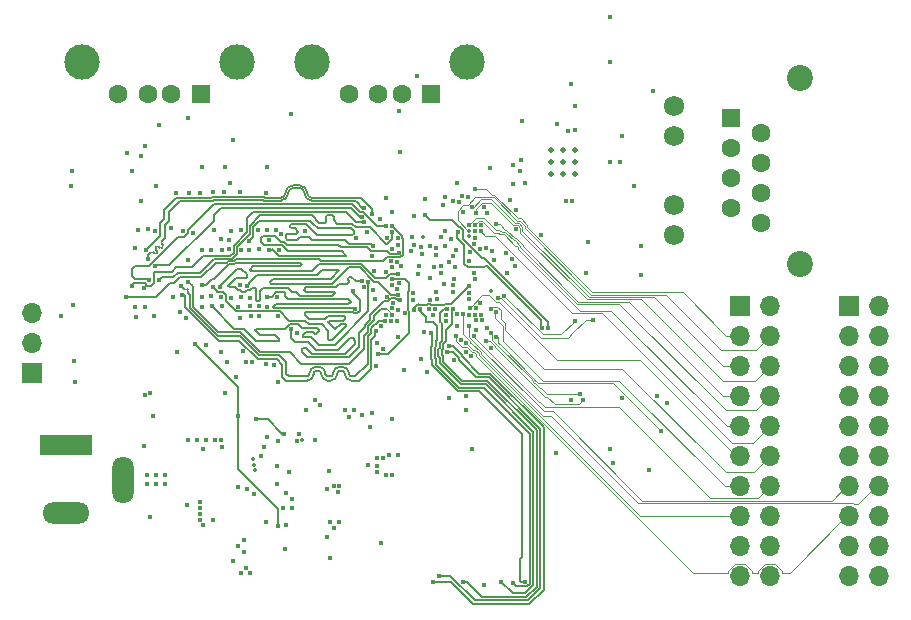
<source format=gbr>
%TF.GenerationSoftware,KiCad,Pcbnew,9.0.0*%
%TF.CreationDate,2025-03-22T23:10:53-04:00*%
%TF.ProjectId,simpleSBC,73696d70-6c65-4534-9243-2e6b69636164,rev?*%
%TF.SameCoordinates,Original*%
%TF.FileFunction,Copper,L3,Inr*%
%TF.FilePolarity,Positive*%
%FSLAX46Y46*%
G04 Gerber Fmt 4.6, Leading zero omitted, Abs format (unit mm)*
G04 Created by KiCad (PCBNEW 9.0.0) date 2025-03-22 23:10:53*
%MOMM*%
%LPD*%
G01*
G04 APERTURE LIST*
G04 Aperture macros list*
%AMRoundRect*
0 Rectangle with rounded corners*
0 $1 Rounding radius*
0 $2 $3 $4 $5 $6 $7 $8 $9 X,Y pos of 4 corners*
0 Add a 4 corners polygon primitive as box body*
4,1,4,$2,$3,$4,$5,$6,$7,$8,$9,$2,$3,0*
0 Add four circle primitives for the rounded corners*
1,1,$1+$1,$2,$3*
1,1,$1+$1,$4,$5*
1,1,$1+$1,$6,$7*
1,1,$1+$1,$8,$9*
0 Add four rect primitives between the rounded corners*
20,1,$1+$1,$2,$3,$4,$5,0*
20,1,$1+$1,$4,$5,$6,$7,0*
20,1,$1+$1,$6,$7,$8,$9,0*
20,1,$1+$1,$8,$9,$2,$3,0*%
G04 Aperture macros list end*
%TA.AperFunction,ComponentPad*%
%ADD10R,4.400000X1.800000*%
%TD*%
%TA.AperFunction,ComponentPad*%
%ADD11O,4.000000X1.800000*%
%TD*%
%TA.AperFunction,ComponentPad*%
%ADD12O,1.800000X4.000000*%
%TD*%
%TA.AperFunction,ComponentPad*%
%ADD13R,1.700000X1.700000*%
%TD*%
%TA.AperFunction,ComponentPad*%
%ADD14O,1.700000X1.700000*%
%TD*%
%TA.AperFunction,ComponentPad*%
%ADD15RoundRect,0.248000X0.552000X-0.552000X0.552000X0.552000X-0.552000X0.552000X-0.552000X-0.552000X0*%
%TD*%
%TA.AperFunction,ComponentPad*%
%ADD16C,1.600000*%
%TD*%
%TA.AperFunction,ComponentPad*%
%ADD17C,1.720000*%
%TD*%
%TA.AperFunction,ComponentPad*%
%ADD18C,2.200000*%
%TD*%
%TA.AperFunction,ComponentPad*%
%ADD19R,1.600000X1.500000*%
%TD*%
%TA.AperFunction,ComponentPad*%
%ADD20C,3.000000*%
%TD*%
%TA.AperFunction,HeatsinkPad*%
%ADD21C,0.500000*%
%TD*%
%TA.AperFunction,ViaPad*%
%ADD22C,0.400000*%
%TD*%
%TA.AperFunction,ViaPad*%
%ADD23C,0.350000*%
%TD*%
%TA.AperFunction,Conductor*%
%ADD24C,0.200000*%
%TD*%
%TA.AperFunction,Conductor*%
%ADD25C,0.089000*%
%TD*%
%TA.AperFunction,Conductor*%
%ADD26C,0.146812*%
%TD*%
%TA.AperFunction,Conductor*%
%ADD27C,0.090000*%
%TD*%
G04 APERTURE END LIST*
D10*
%TO.N,+5V*%
%TO.C,J4*%
X113400000Y-100400000D03*
D11*
%TO.N,GND*%
X113400000Y-106200000D03*
D12*
X118200000Y-103400000D03*
%TD*%
D13*
%TO.N,/I2C4_SDA*%
%TO.C,J8*%
X110500000Y-94330000D03*
D14*
%TO.N,/I2C4_SCL*%
X110500000Y-91790000D03*
%TO.N,GND*%
X110500000Y-89250000D03*
%TD*%
D13*
%TO.N,/PA15*%
%TO.C,J9*%
X179710000Y-88640000D03*
D14*
%TO.N,/PC7*%
X182250000Y-88640000D03*
%TO.N,/PE2*%
X179710000Y-91180000D03*
%TO.N,/PC2*%
X182250000Y-91180000D03*
%TO.N,/PA4*%
X179710000Y-93720000D03*
%TO.N,/PD15*%
X182250000Y-93720000D03*
%TO.N,/PE15*%
X179710000Y-96260000D03*
%TO.N,/PD4*%
X182250000Y-96260000D03*
%TO.N,/PE0*%
X179710000Y-98800000D03*
%TO.N,/PE12*%
X182250000Y-98800000D03*
%TO.N,/PG15*%
X179710000Y-101340000D03*
%TO.N,/PD1*%
X182250000Y-101340000D03*
%TO.N,/PC6*%
X179710000Y-103880000D03*
%TO.N,/PD0*%
X182250000Y-103880000D03*
%TO.N,/PB4*%
X179710000Y-106420000D03*
%TO.N,/PD3*%
X182250000Y-106420000D03*
%TO.N,/PE5*%
X179710000Y-108960000D03*
%TO.N,/PG6*%
X182250000Y-108960000D03*
%TO.N,GND*%
X179710000Y-111500000D03*
%TO.N,+3V3*%
X182250000Y-111500000D03*
%TD*%
D15*
%TO.N,/ETH_TX+*%
%TO.C,J7*%
X169735000Y-72790000D03*
D16*
%TO.N,+3V3*%
X172275000Y-74060000D03*
%TO.N,/ETH_TX-*%
X169735000Y-75330000D03*
%TO.N,/ETH_RX+*%
X172275000Y-76600000D03*
%TO.N,+3V3*%
X169735000Y-77870000D03*
%TO.N,/ETH_RX-*%
X172275000Y-79140000D03*
%TO.N,unconnected-(J7-NC-Pad7)*%
X169735000Y-80410000D03*
%TO.N,GND*%
X172275000Y-81680000D03*
D17*
%TO.N,Net-(J7-Pad9)*%
X164905000Y-71770000D03*
%TO.N,/LED_0*%
X164905000Y-74310000D03*
%TO.N,Net-(J7-Pad11)*%
X164905000Y-80160000D03*
%TO.N,/LED_1*%
X164905000Y-82700000D03*
D18*
%TO.N,unconnected-(J7-PadSH)*%
X175575000Y-69335000D03*
%TO.N,unconnected-(J7-PadSH)_1*%
X175575000Y-85135000D03*
%TD*%
D13*
%TO.N,/PB9*%
%TO.C,J3*%
X170460000Y-88640000D03*
D14*
%TO.N,/PA9*%
X173000000Y-88640000D03*
%TO.N,/PD11*%
X170460000Y-91180000D03*
%TO.N,/PC0*%
X173000000Y-91180000D03*
%TO.N,/PF11*%
X170460000Y-93720000D03*
%TO.N,/PA6*%
X173000000Y-93720000D03*
%TO.N,/PB1*%
X170460000Y-96260000D03*
%TO.N,/PB8*%
X173000000Y-96260000D03*
%TO.N,/PB12*%
X170460000Y-98800000D03*
%TO.N,/PB0*%
X173000000Y-98800000D03*
%TO.N,/PE13*%
X170460000Y-101340000D03*
%TO.N,/PD8*%
X173000000Y-101340000D03*
%TO.N,/PG12*%
X170460000Y-103880000D03*
%TO.N,/PB15*%
X173000000Y-103880000D03*
%TO.N,/PA8*%
X170460000Y-106420000D03*
%TO.N,/PE6*%
X173000000Y-106420000D03*
%TO.N,/PD7*%
X170460000Y-108960000D03*
%TO.N,/PD5*%
X173000000Y-108960000D03*
%TO.N,GND*%
X170460000Y-111500000D03*
%TO.N,+3V3*%
X173000000Y-111500000D03*
%TD*%
D19*
%TO.N,Net-(J6-VBUS)*%
%TO.C,J6*%
X124820000Y-70710000D03*
D16*
%TO.N,/USB1_D+*%
X122320000Y-70710000D03*
%TO.N,/USB1_D-*%
X120320000Y-70710000D03*
%TO.N,GND*%
X117820000Y-70710000D03*
D20*
X127890000Y-68000000D03*
X114750000Y-68000000D03*
%TD*%
D19*
%TO.N,Net-(J5-VBUS)*%
%TO.C,J5*%
X144320000Y-70710000D03*
D16*
%TO.N,/USB2_D-*%
X141820000Y-70710000D03*
%TO.N,/USB2_D+*%
X139820000Y-70710000D03*
%TO.N,GND*%
X137320000Y-70710000D03*
D20*
X147390000Y-68000000D03*
X134250000Y-68000000D03*
%TD*%
D21*
%TO.N,GND*%
%TO.C,U6*%
X156462500Y-75500000D03*
X155462500Y-75500000D03*
X154462500Y-75500000D03*
X156462500Y-76500000D03*
X155462500Y-76500000D03*
X154462500Y-76500000D03*
X156462500Y-77500000D03*
X155462500Y-77500000D03*
X154462500Y-77500000D03*
%TD*%
D22*
%TO.N,Net-(JP9-C)*%
X158000000Y-89850000D03*
X149981617Y-87978900D03*
%TO.N,Net-(JP8-C)*%
X156500000Y-89900000D03*
X150522467Y-87800002D03*
%TO.N,+3V3*%
X162100000Y-86050000D03*
X162100000Y-83550000D03*
%TO.N,GND*%
X157600000Y-83250000D03*
X157450000Y-85850000D03*
X127300000Y-78250000D03*
D23*
%TO.N,/PA4*%
X147527493Y-82752981D03*
D22*
%TO.N,/Memory/UDM*%
X120400000Y-86500000D03*
%TO.N,/Memory/UDQS-*%
X139291624Y-80913547D03*
%TO.N,/Memory/UDQS+*%
X120350000Y-84700000D03*
%TO.N,+1V35*%
X119221197Y-83800000D03*
%TO.N,/Memory/UDQS+*%
X138628762Y-80348530D03*
%TO.N,/Memory/LDQS+*%
X123260411Y-87738252D03*
%TO.N,/Memory/LDM*%
X123750000Y-86600000D03*
%TO.N,GND*%
X122500000Y-87950000D03*
%TO.N,/Memory/LDQS-*%
X123129043Y-87000000D03*
%TO.N,GND*%
X131001155Y-93672912D03*
%TO.N,+1V35*%
X130331654Y-93572912D03*
%TO.N,/Memory/DQ11*%
X121300000Y-86450000D03*
%TO.N,/Memory/~{CAS}*%
X125850000Y-87050000D03*
%TO.N,/Memory/~{RAS}*%
X124900000Y-86900000D03*
%TO.N,/Memory/A13*%
X131300000Y-87950000D03*
%TO.N,/Memory/A11*%
X129781827Y-83871202D03*
%TO.N,/Memory/A10*%
X126600000Y-83950000D03*
%TO.N,/Memory/A7*%
X130450000Y-88750000D03*
%TO.N,/Memory/A6*%
X130600000Y-83900000D03*
%TO.N,/Memory/A5*%
X128950000Y-88700000D03*
%TO.N,/Memory/A3*%
X128952114Y-87956488D03*
%TO.N,/Memory/A2*%
X128748521Y-86963643D03*
%TO.N,/Memory/A0*%
X128150000Y-86900000D03*
%TO.N,/Memory/A14*%
X131450000Y-83900000D03*
X137950000Y-82900000D03*
%TO.N,/Memory/A4*%
X130600598Y-83113498D03*
%TO.N,GND*%
X129150000Y-93400000D03*
X128606274Y-93378198D03*
X127009118Y-93448939D03*
%TO.N,/Memory/~{CS}*%
X139859118Y-92739869D03*
%TO.N,/Memory/DQ2*%
X140242568Y-92337171D03*
%TO.N,/Memory/CKE*%
X133600000Y-82350000D03*
%TO.N,VREF_DDR*%
X131336737Y-107336737D03*
X126785922Y-79005170D03*
X124900000Y-88750000D03*
X124300000Y-91850000D03*
X127226113Y-83080465D03*
X128000000Y-98000000D03*
X141000000Y-80700000D03*
%TO.N,+1V2*%
X125250000Y-100000000D03*
X123750000Y-100000000D03*
X144242233Y-86271553D03*
X143330000Y-85300000D03*
X126600000Y-100625000D03*
X126500000Y-100000000D03*
X144766382Y-87519659D03*
X126000000Y-100000000D03*
X145149999Y-85910000D03*
X146181129Y-87468223D03*
X144795166Y-88108400D03*
X144577979Y-85396927D03*
X124500000Y-100000000D03*
X125000000Y-100750000D03*
X143533975Y-84283975D03*
%TO.N,GND*%
X149013277Y-80796100D03*
X138902161Y-82398266D03*
X146468070Y-90350729D03*
X132250000Y-102750000D03*
X120250000Y-103000000D03*
X120900000Y-82300000D03*
X121000000Y-103750000D03*
X120850000Y-89550000D03*
X142800000Y-87600000D03*
X147013360Y-80702820D03*
X120250000Y-103750000D03*
X132500000Y-105750000D03*
X141650000Y-75650000D03*
X122690000Y-79076594D03*
X139100000Y-98900000D03*
X119350000Y-89600000D03*
X145500000Y-79420000D03*
X119966868Y-87173020D03*
X131207528Y-82250000D03*
X123342282Y-82300000D03*
X151800000Y-77200000D03*
X142901600Y-81047234D03*
X145150000Y-85250000D03*
X156500000Y-71750000D03*
X140500000Y-79500000D03*
X130450000Y-76900000D03*
X151399751Y-85289870D03*
X146200000Y-84400000D03*
X141020909Y-88874802D03*
X131750000Y-105798398D03*
X156125000Y-69875000D03*
X140014038Y-81335962D03*
X146250000Y-86350000D03*
X127800000Y-94700000D03*
X148119522Y-90707917D03*
X126850000Y-76900000D03*
X119500000Y-82250000D03*
X121750000Y-103000000D03*
X125654333Y-87854333D03*
X127406235Y-82332286D03*
X131250000Y-103750000D03*
X159500000Y-76500000D03*
X129024919Y-89500000D03*
X132500000Y-105000000D03*
X155000000Y-73250000D03*
X121000000Y-78500000D03*
X147510974Y-88106361D03*
X144688900Y-84320753D03*
X149449617Y-84022372D03*
X145163940Y-82833631D03*
X121750000Y-103750000D03*
X147930343Y-85846672D03*
X139500000Y-85700000D03*
X131250000Y-102250000D03*
X142000000Y-94050000D03*
X143200000Y-85985616D03*
X132000000Y-104500000D03*
X151466735Y-80557725D03*
X131390764Y-95073406D03*
X129668792Y-82222999D03*
X141450000Y-84928225D03*
X145446197Y-86830930D03*
X142600000Y-84000000D03*
X140539413Y-87875494D03*
X125818969Y-79006886D03*
X127997931Y-88722437D03*
X123601509Y-89670000D03*
X150706551Y-85917033D03*
X133750000Y-97500000D03*
X145474922Y-83559937D03*
X125247928Y-92002071D03*
X149053324Y-90563863D03*
X129762441Y-88686044D03*
X160500000Y-96500000D03*
X159500000Y-100750000D03*
X126900000Y-96000000D03*
X131325494Y-89550000D03*
X135500000Y-108250000D03*
X140064718Y-90373406D03*
D23*
X149380500Y-87417372D03*
D22*
X146452936Y-83901765D03*
X144144060Y-88945155D03*
X121000000Y-103000000D03*
X130344178Y-79100000D03*
%TO.N,+3V3*%
X147500000Y-84832054D03*
X147500000Y-87000000D03*
X151900000Y-76300000D03*
X151504490Y-82175247D03*
X154927387Y-101087518D03*
X139750000Y-101500000D03*
X163100000Y-70500000D03*
X138975000Y-102100000D03*
X141000000Y-103000000D03*
X131327970Y-100061600D03*
X145800000Y-84950000D03*
X141500000Y-101250000D03*
X140250000Y-101500000D03*
X140750000Y-101250000D03*
X152000000Y-73000000D03*
X146000000Y-83000000D03*
X140500000Y-103000000D03*
X159750000Y-102000000D03*
X142850502Y-88982002D03*
X153589593Y-82653900D03*
X114200000Y-95100000D03*
X139750000Y-102250000D03*
X114100000Y-93300000D03*
X162721084Y-102569645D03*
X139750000Y-102750000D03*
X151000000Y-79700000D03*
X146300000Y-85380000D03*
X135700000Y-102600000D03*
%TO.N,Net-(U1C-NRST_CORE)*%
X148000000Y-86400000D03*
%TO.N,+3.3VP*%
X135512545Y-104151600D03*
X140100000Y-108750000D03*
X135750000Y-110000000D03*
X148750000Y-112250000D03*
%TO.N,+5V*%
X136500000Y-107000000D03*
X136062500Y-103937500D03*
X120000000Y-100500000D03*
X133150000Y-99480000D03*
X131985000Y-109235000D03*
X127925000Y-109000000D03*
X138450000Y-97929014D03*
X135750000Y-107000000D03*
X136550000Y-103950000D03*
X128500000Y-109500000D03*
X136100000Y-107425000D03*
X137000000Y-97500000D03*
X137350000Y-98050000D03*
X128500000Y-108500000D03*
X137750000Y-97500000D03*
X139300000Y-97700000D03*
X128687500Y-104187500D03*
X136450000Y-104400000D03*
X128000000Y-104000000D03*
%TO.N,/Memory/DDR_CK+*%
X124900000Y-83900000D03*
X141000000Y-85400002D03*
%TO.N,/Memory/DDR_CK-*%
X140461374Y-85832472D03*
X125700000Y-83900000D03*
%TO.N,/Memory/CKE*%
X141006047Y-83830792D03*
X125926800Y-82224046D03*
%TO.N,Net-(U3-ZQ)*%
X123827310Y-79081546D03*
X127200000Y-83850000D03*
%TO.N,/Memory/~{RESET}*%
X132949733Y-90991735D03*
X141500000Y-89000000D03*
%TO.N,/Memory/A0*%
X138637694Y-87036946D03*
%TO.N,/Memory/A1*%
X128900000Y-83900000D03*
%TO.N,/Memory/A2*%
X141502350Y-87716738D03*
%TO.N,VTT_DDR*%
X128250000Y-111250000D03*
X129000000Y-111250000D03*
X128650000Y-110850000D03*
%TO.N,/Memory/A3*%
X139550000Y-88050000D03*
%TO.N,/Memory/A4*%
X141507744Y-83488194D03*
%TO.N,/Memory/A5*%
X141432912Y-87222085D03*
%TO.N,/Memory/A6*%
X141553782Y-84180812D03*
%TO.N,/Memory/A7*%
X132444099Y-90618329D03*
X141652867Y-88193548D03*
%TO.N,/Memory/A8*%
X141489859Y-82900143D03*
X131630137Y-82576496D03*
%TO.N,/Memory/A9*%
X130407978Y-87885056D03*
X137900000Y-88896801D03*
%TO.N,/Memory/A10*%
X140945099Y-84876326D03*
%TO.N,/Memory/A11*%
X139267726Y-84459644D03*
%TO.N,/Memory/A12*%
X128219229Y-83916590D03*
%TO.N,/Memory/A13*%
X141103066Y-88381596D03*
%TO.N,/PWR_ON*%
X130200000Y-100600000D03*
X150673224Y-84162684D03*
X147750000Y-100750000D03*
%TO.N,/Memory/~{RAS}*%
X141550000Y-85950000D03*
%TO.N,/Memory/~{CS}*%
X140999998Y-86350000D03*
%TO.N,/Memory/~{WE}*%
X126450000Y-87100000D03*
X138441693Y-86562271D03*
%TO.N,/Memory/ODT*%
X125750000Y-88700000D03*
X139000000Y-86650000D03*
%TO.N,/Memory/BA0*%
X139400000Y-87304187D03*
X127363426Y-87962298D03*
%TO.N,/Memory/BA1*%
X139400000Y-83600000D03*
X128900000Y-83150000D03*
%TO.N,/Memory/BA2*%
X141000000Y-86850000D03*
X128200000Y-87900336D03*
%TO.N,/ETH_3V3*%
X160500000Y-74300000D03*
X161500000Y-78500000D03*
X160300000Y-76500000D03*
%TO.N,VDD_USB*%
X143477848Y-83688641D03*
X129500000Y-98250000D03*
X143800000Y-79600000D03*
X131898398Y-99480000D03*
%TO.N,/SWDIO*%
X144000000Y-94250000D03*
X142065241Y-89255271D03*
%TO.N,/NRST*%
X147235780Y-96310600D03*
X149393280Y-92200000D03*
X148474540Y-88421661D03*
%TO.N,/UART4_TX*%
X146587066Y-82405166D03*
X153729267Y-90499293D03*
%TO.N,/UART4_RX*%
X143806707Y-80980953D03*
X154230869Y-90500001D03*
%TO.N,+1V35*%
X129750000Y-89500000D03*
X122800000Y-92550000D03*
X130300000Y-107000000D03*
X120092928Y-88742335D03*
X120350000Y-82150000D03*
X128144305Y-79005170D03*
X124191861Y-82487586D03*
X124750000Y-106250000D03*
X122271572Y-82049200D03*
X128254608Y-82210048D03*
X124900000Y-76925494D03*
X120500000Y-106500000D03*
X124750000Y-106750000D03*
X124750000Y-105250000D03*
X126519535Y-83026113D03*
X126509991Y-92576152D03*
X123750000Y-84800000D03*
X124900000Y-87900000D03*
X141600697Y-86724506D03*
X130458515Y-82208269D03*
X128402632Y-92497403D03*
X141550000Y-91300000D03*
X129300000Y-104600000D03*
X123650000Y-105550000D03*
X126550000Y-87900000D03*
X125000000Y-107250000D03*
X125825000Y-106750000D03*
X127500000Y-110250000D03*
X119750000Y-79750000D03*
X123067821Y-89147535D03*
X124750000Y-105750000D03*
X119250000Y-88750000D03*
X124788031Y-79076594D03*
X128101034Y-89710621D03*
X141786814Y-85299250D03*
%TO.N,/SDMMC_CLK*%
X147000000Y-112010000D03*
X146141138Y-88904379D03*
%TO.N,/SDMMC_CMD*%
X150250000Y-112010000D03*
X145639376Y-88918615D03*
%TO.N,/SDMMC_D3*%
X143344060Y-88965410D03*
X151250000Y-112151600D03*
%TO.N,/SDMMC_D2*%
X144328664Y-90926749D03*
X152249000Y-112009293D03*
%TO.N,/SDMMC_D1*%
X144500000Y-112010000D03*
X145867064Y-92056524D03*
%TO.N,/SDMMC_D0*%
X145000000Y-111500000D03*
X145624853Y-92601489D03*
%TO.N,/PA0_WAKEUP*%
X147564861Y-84127983D03*
X130436249Y-99754199D03*
X141000000Y-98200000D03*
D23*
%TO.N,/I2C4_SCL*%
X129400000Y-102550000D03*
%TO.N,/I2C4_SDA*%
X129330675Y-102103174D03*
D22*
%TO.N,Net-(U1C-USB_RREF)*%
X142720546Y-82789994D03*
X146485270Y-78274730D03*
%TO.N,/RTC_OUT1*%
X147533975Y-87533975D03*
D23*
X129252919Y-101632957D03*
D22*
%TO.N,/Memory/DQ11*%
X141001103Y-82400000D03*
%TO.N,/Memory/DQ4*%
X140521144Y-89399930D03*
X139700000Y-91800000D03*
%TO.N,/Memory/LDQS+*%
X139609118Y-90747056D03*
%TO.N,/Memory/UDQS-*%
X120203721Y-83902766D03*
%TO.N,/Memory/DQ9*%
X138420231Y-81098307D03*
X140554482Y-82898131D03*
%TO.N,/Memory/DQ13*%
X119000000Y-86950000D03*
X138600000Y-81572568D03*
%TO.N,/Memory/UDM*%
X140500000Y-81868062D03*
%TO.N,/Memory/DQ2*%
X141456236Y-89937312D03*
%TO.N,/Memory/DQ15*%
X141028095Y-81869080D03*
X118500000Y-87900000D03*
%TO.N,/Memory/LDQS-*%
X140445148Y-89898651D03*
%TO.N,Net-(U1A-VDDA1V1_REG)*%
X144200000Y-83600000D03*
%TO.N,Net-(U1A-VDDA1V8_DSI)*%
X144724138Y-83732760D03*
X144200000Y-88139361D03*
X145320228Y-80090312D03*
%TO.N,Net-(U1D-DDR_ZQ)*%
X143702204Y-90902204D03*
X142800000Y-88200000D03*
%TO.N,Net-(U4-PONKEYn)*%
X132048445Y-107213985D03*
%TO.N,VBUS*%
X120750000Y-98000000D03*
%TO.N,Net-(JP2-A)*%
X142879957Y-83516702D03*
X113000000Y-89490000D03*
%TO.N,/Power/VOUT_BST*%
X134500000Y-96651600D03*
X134906276Y-97093724D03*
%TO.N,/VBUS1*%
X118600000Y-75750000D03*
X143150000Y-69200000D03*
%TO.N,/VBUS2*%
X119000000Y-77250000D03*
X123700000Y-72750000D03*
%TO.N,Net-(JP3-A)*%
X114000000Y-88600000D03*
D23*
X143626119Y-82827985D03*
D22*
%TO.N,/Power/~{RST}*%
X147250000Y-97500000D03*
X129900002Y-101338398D03*
%TO.N,/LED_1*%
X155911583Y-73882641D03*
%TO.N,/LED_0*%
X156512012Y-73780030D03*
%TO.N,/MDIO*%
X148053350Y-82898630D03*
X151274207Y-78331600D03*
%TO.N,/RMII_RX_D0*%
X148500000Y-81850000D03*
X149270000Y-76970000D03*
%TO.N,Net-(U6-RXER{slash}PHYAD0)*%
X151275000Y-76740000D03*
%TO.N,Net-(U6-CRS_DV{slash}MODE2)*%
X152275000Y-78240000D03*
%TO.N,/RMII_CRS_DV*%
X148794730Y-80327300D03*
%TO.N,/RMII_TXD_0*%
X156250000Y-79750000D03*
X147935686Y-83384590D03*
%TO.N,/RMII_TX_EN*%
X155748397Y-79750000D03*
X148000000Y-82350000D03*
%TO.N,/PRT1*%
X113900000Y-77200000D03*
X146906484Y-79389048D03*
%TO.N,/PRT2*%
X146657737Y-79824628D03*
X113800000Y-78500000D03*
%TO.N,/USB_~{OC2}*%
X147449863Y-79457510D03*
X120064127Y-75096100D03*
%TO.N,/USB_~{OC1}*%
X146156914Y-79796673D03*
X119753900Y-76000000D03*
%TO.N,/PMIC_SWOUT*%
X120508371Y-95996280D03*
X127500000Y-74601600D03*
X132933536Y-100064195D03*
D23*
%TO.N,Net-(JP4-C)*%
X133409523Y-100039979D03*
D22*
%TO.N,/PMIC_VBUSOTG*%
X134450000Y-100000000D03*
X132450000Y-72393900D03*
X120050000Y-96200000D03*
%TO.N,Net-(U1B-PA13)*%
X149637786Y-84787786D03*
X159500000Y-64200000D03*
%TO.N,Net-(U1B-PA14)*%
X159500000Y-68000000D03*
X151196583Y-84715417D03*
%TO.N,/USB2_D+*%
X141625000Y-72200000D03*
%TO.N,/USB1_D+*%
X121270190Y-73329810D03*
%TO.N,/PA6*%
X148099218Y-80763293D03*
%TO.N,/PF11*%
X147777301Y-80323681D03*
D23*
%TO.N,/PC0*%
X147491399Y-82279352D03*
D22*
%TO.N,/PB0*%
X148500000Y-82350000D03*
%TO.N,/PD11*%
X148000000Y-78800000D03*
X145500000Y-82350000D03*
%TO.N,/PB8*%
X147500812Y-81804443D03*
%TO.N,/PB12*%
X148001813Y-81850000D03*
%TO.N,/PB1*%
X149850000Y-81750000D03*
%TO.N,/PD8*%
X149406815Y-88916913D03*
%TO.N,/PG12*%
X149806099Y-89215823D03*
%TO.N,/PE13*%
X147583260Y-88798138D03*
%TO.N,/PB15*%
X147945100Y-91178217D03*
X145551408Y-89412444D03*
%TO.N,/PA8*%
X147253875Y-91777372D03*
X145578593Y-89913309D03*
%TO.N,/PB4*%
X146427952Y-91210603D03*
%TO.N,/PD0*%
X147001602Y-89349885D03*
%TO.N,/PC6*%
X147542470Y-90350000D03*
%TO.N,/PE12*%
X149833194Y-91322654D03*
X163750000Y-99250000D03*
%TO.N,/PD1*%
X157213857Y-96610060D03*
X149000000Y-91600000D03*
%TO.N,/PG15*%
X149407746Y-90918285D03*
X156950000Y-96150000D03*
%TO.N,/PC2*%
X148441173Y-83837991D03*
%TO.N,/PE2*%
X149000000Y-83800000D03*
%TO.N,/PD15*%
X146141573Y-86911499D03*
%TO.N,/PE15*%
X148083990Y-88840752D03*
%TO.N,/PD4*%
X148002007Y-89399989D03*
%TO.N,/PE0*%
X148510458Y-89394619D03*
%TO.N,/PE6*%
X148585592Y-89890562D03*
%TO.N,/PD7*%
X148083091Y-89894565D03*
%TO.N,/PD5*%
X147500412Y-89402739D03*
%TO.N,/PE5*%
X146246100Y-93239906D03*
%TO.N,/PD3*%
X147231701Y-92577706D03*
%TO.N,/PG6*%
X146824720Y-91517698D03*
%TO.N,/PA15*%
X147700000Y-92900000D03*
X164300000Y-96900000D03*
%TO.N,/PC7*%
X145800000Y-96500000D03*
X144435834Y-89416159D03*
%TO.N,/PB9*%
X156200000Y-96600000D03*
X143450000Y-93150000D03*
X144641613Y-88958717D03*
%TO.N,/PA9*%
X163400000Y-96300000D03*
X146500000Y-89350000D03*
%TO.N,/Memory/~{CAS}*%
X137693121Y-87429508D03*
%TO.N,/Memory/DQ9*%
X120927496Y-85250581D03*
%TO.N,/Memory/DQ6*%
X139623406Y-93726763D03*
X140941880Y-89942620D03*
%TO.N,/Memory/~{CS}*%
X126622906Y-88656307D03*
%TO.N,/Memory/LDM*%
X141020565Y-89408942D03*
%TD*%
D24*
%TO.N,+3V3*%
X142838343Y-88994161D02*
X142850502Y-88982002D01*
X142804503Y-88994161D02*
X142838343Y-88994161D01*
X142800000Y-88989658D02*
X142804503Y-88994161D01*
X142800000Y-88916677D02*
X142800000Y-88989658D01*
X143302600Y-88552600D02*
X143250000Y-88500000D01*
X143250000Y-88500000D02*
X143216677Y-88500000D01*
X143943690Y-88540961D02*
X143932051Y-88552600D01*
X143932051Y-88552600D02*
X143302600Y-88552600D01*
X144288027Y-88552600D02*
X144276388Y-88540961D01*
X144276388Y-88540961D02*
X143943690Y-88540961D01*
X145437442Y-88552600D02*
X144288027Y-88552600D01*
X145473027Y-88517015D02*
X145437442Y-88552600D01*
X145982985Y-88517015D02*
X145473027Y-88517015D01*
X147500000Y-87000000D02*
X145982985Y-88517015D01*
X143216677Y-88500000D02*
X142800000Y-88916677D01*
D25*
%TO.N,Net-(JP8-C)*%
X150522467Y-87822467D02*
X150522467Y-87800002D01*
X153750000Y-91050000D02*
X150522467Y-87822467D01*
X156500000Y-89900000D02*
X155350000Y-91050000D01*
X155350000Y-91050000D02*
X153750000Y-91050000D01*
%TO.N,Net-(JP9-C)*%
X157400000Y-89850000D02*
X158000000Y-89850000D01*
X155900000Y-91350000D02*
X156350000Y-90900000D01*
X153600000Y-91350000D02*
X154050000Y-91350000D01*
X150850000Y-88600000D02*
X153600000Y-91350000D01*
X150228900Y-87978900D02*
X150850000Y-88600000D01*
X149981617Y-87978900D02*
X150228900Y-87978900D01*
X154050000Y-91350000D02*
X155900000Y-91350000D01*
X156350000Y-90900000D02*
X157400000Y-89850000D01*
%TO.N,/PE13*%
X170130000Y-101380000D02*
X170460000Y-101380000D01*
X149822949Y-88323400D02*
X150073400Y-88323400D01*
X149249549Y-87750000D02*
X149822949Y-88323400D01*
X148631398Y-87750000D02*
X149249549Y-87750000D01*
X147583260Y-88798138D02*
X148631398Y-87750000D01*
X155000000Y-93250000D02*
X162000000Y-93250000D01*
X162000000Y-93250000D02*
X170130000Y-101380000D01*
%TO.N,/PD8*%
X149473226Y-88849209D02*
X149406815Y-88915620D01*
X149461530Y-88822069D02*
X149473226Y-88833765D01*
X149473226Y-88833765D02*
X149473226Y-88849209D01*
X149461530Y-88819118D02*
X149461530Y-88822069D01*
X149568024Y-88712624D02*
X149461530Y-88819118D01*
X149892784Y-88712624D02*
X149568024Y-88712624D01*
X150202056Y-89732507D02*
X150202056Y-89021896D01*
X150590600Y-90121051D02*
X150202056Y-89732507D01*
X153869550Y-94000000D02*
X150590600Y-90721050D01*
X160500000Y-94000000D02*
X153869550Y-94000000D01*
X171630000Y-102750000D02*
X169250000Y-102750000D01*
X150202056Y-89021896D02*
X149892784Y-88712624D01*
X173000000Y-101380000D02*
X171630000Y-102750000D01*
X149406815Y-88915620D02*
X149406815Y-88916913D01*
%TO.N,/PE13*%
X150073400Y-88323400D02*
X155000000Y-93250000D01*
%TO.N,/PD8*%
X169250000Y-102750000D02*
X160500000Y-94000000D01*
X150590600Y-90721050D02*
X150590600Y-90121051D01*
D26*
%TO.N,/Memory/LDQS-*%
X123358028Y-87238421D02*
X123129043Y-87009436D01*
X123391363Y-87271756D02*
X123358028Y-87238421D01*
X129752365Y-92835712D02*
X128118246Y-91201594D01*
X123538200Y-87258258D02*
X123524701Y-87271756D01*
X131435712Y-92835712D02*
X129752365Y-92835712D01*
X123869607Y-87750000D02*
X123691376Y-87571769D01*
X126268247Y-91201594D02*
X123869607Y-88802954D01*
X132050000Y-94400000D02*
X132050000Y-93450000D01*
X123704874Y-87291594D02*
X123671538Y-87258258D01*
X123691376Y-87438431D02*
X123704874Y-87424932D01*
X128118246Y-91201594D02*
X126268247Y-91201594D01*
X132819177Y-94635712D02*
X132285712Y-94635712D01*
X123869607Y-88802954D02*
X123869607Y-87750000D01*
X123129043Y-87009436D02*
X123129043Y-87000000D01*
X132285712Y-94635712D02*
X132050000Y-94400000D01*
X132050000Y-93450000D02*
X131435712Y-92835712D01*
X123704874Y-87424932D02*
G75*
G03*
X123704837Y-87291631I-66674J66632D01*
G01*
X123691376Y-87571769D02*
G75*
G02*
X123691376Y-87438431I66624J66669D01*
G01*
X123524701Y-87271756D02*
G75*
G02*
X123391363Y-87271756I-66669J66670D01*
G01*
X123671538Y-87258258D02*
G75*
G03*
X123538200Y-87258258I-66669J-66670D01*
G01*
%TO.N,/Memory/LDQS+*%
X129631711Y-93198406D02*
X128031711Y-91598406D01*
%TO.N,/Memory/LDQS-*%
X134784921Y-93803568D02*
X134584921Y-93803568D01*
%TO.N,/Memory/LDQS+*%
X123393559Y-87738252D02*
X123260411Y-87738252D01*
X131725000Y-94675000D02*
X131725000Y-93625000D01*
%TO.N,/Memory/LDQS-*%
X139235712Y-90947635D02*
X138950000Y-91233347D01*
%TO.N,/Memory/LDQS+*%
X136784921Y-94167856D02*
X136584921Y-94167856D01*
X139609118Y-90747056D02*
X139580026Y-90776148D01*
X133584921Y-95000000D02*
X132819177Y-95000000D01*
%TO.N,/Memory/LDQS-*%
X135784921Y-94635712D02*
X135584921Y-94635712D01*
X136002777Y-94385712D02*
X136002777Y-94417856D01*
%TO.N,/Memory/LDQS+*%
X134784921Y-94167856D02*
X134584921Y-94167856D01*
%TO.N,/Memory/LDQS-*%
X139235712Y-90564288D02*
X139235712Y-90947635D01*
%TO.N,/Memory/LDQS+*%
X131725000Y-93625000D02*
X131298406Y-93198406D01*
X133784921Y-95000000D02*
X133584921Y-95000000D01*
X139580026Y-91219974D02*
X139250000Y-91550000D01*
X139250000Y-91550000D02*
X139250000Y-94000000D01*
X135002777Y-94417856D02*
X135002777Y-94385712D01*
%TO.N,/Memory/LDQS-*%
X133784921Y-94635712D02*
X133584921Y-94635712D01*
%TO.N,/Memory/LDQS+*%
X128031711Y-91598406D02*
X126331711Y-91598406D01*
X132050000Y-95000000D02*
X131725000Y-94675000D01*
X134367065Y-94385712D02*
X134367065Y-94417856D01*
%TO.N,/Memory/LDQS-*%
X140445148Y-89898651D02*
X140443799Y-89900000D01*
%TO.N,/Memory/LDQS+*%
X131298406Y-93198406D02*
X129631711Y-93198406D01*
X135784921Y-95000000D02*
X135584921Y-95000000D01*
X139250000Y-94000000D02*
X138250000Y-95000000D01*
%TO.N,/Memory/LDQS-*%
X134002777Y-94385712D02*
X134002777Y-94417856D01*
X137367065Y-94417856D02*
X137367065Y-94385712D01*
%TO.N,/Memory/LDQS+*%
X137002777Y-94417856D02*
X137002777Y-94385712D01*
%TO.N,/Memory/LDQS-*%
X135367065Y-94417856D02*
X135367065Y-94385712D01*
X136784921Y-93803568D02*
X136584921Y-93803568D01*
X140443799Y-89900000D02*
X139900000Y-89900000D01*
X133584921Y-94635712D02*
X132819177Y-94635712D01*
%TO.N,/Memory/LDQS+*%
X136367065Y-94385712D02*
X136367065Y-94417856D01*
X126331711Y-91598406D02*
X123472795Y-88739490D01*
X123472795Y-87817488D02*
X123393559Y-87738252D01*
X123472795Y-88739490D02*
X123472795Y-87817488D01*
X132819177Y-95000000D02*
X132050000Y-95000000D01*
%TO.N,/Memory/LDQS-*%
X139900000Y-89900000D02*
X139235712Y-90564288D01*
%TO.N,/Memory/LDQS+*%
X139580026Y-90776148D02*
X139580026Y-91219974D01*
%TO.N,/Memory/LDQS-*%
X137864288Y-94635712D02*
X137584921Y-94635712D01*
%TO.N,/Memory/LDQS+*%
X138250000Y-95000000D02*
X137584921Y-95000000D01*
%TO.N,/Memory/LDQS-*%
X138950000Y-91233347D02*
X138950000Y-93550000D01*
X138950000Y-93550000D02*
X137864288Y-94635712D01*
%TO.N,/Memory/LDQS+*%
X136584921Y-94167856D02*
G75*
G03*
X136367056Y-94385712I-21J-217844D01*
G01*
X134367065Y-94417856D02*
G75*
G02*
X133784921Y-95000065I-582165J-44D01*
G01*
%TO.N,/Memory/LDQS-*%
X134584921Y-93803568D02*
G75*
G03*
X134002768Y-94385712I-21J-582132D01*
G01*
X134002777Y-94417856D02*
G75*
G02*
X133784921Y-94635777I-217877J-44D01*
G01*
%TO.N,/Memory/LDQS+*%
X135002777Y-94385712D02*
G75*
G03*
X134784921Y-94167823I-217877J12D01*
G01*
%TO.N,/Memory/LDQS-*%
X136584921Y-93803568D02*
G75*
G03*
X136002768Y-94385712I-21J-582132D01*
G01*
X136002777Y-94417856D02*
G75*
G02*
X135784921Y-94635777I-217877J-44D01*
G01*
%TO.N,/Memory/LDQS+*%
X134584921Y-94167856D02*
G75*
G03*
X134367056Y-94385712I-21J-217844D01*
G01*
X137002777Y-94385712D02*
G75*
G03*
X136784921Y-94167823I-217877J12D01*
G01*
X136367065Y-94417856D02*
G75*
G02*
X135784921Y-95000065I-582165J-44D01*
G01*
X137584921Y-95000000D02*
G75*
G02*
X137002800Y-94417856I-21J582100D01*
G01*
%TO.N,/Memory/LDQS-*%
X135367065Y-94385712D02*
G75*
G03*
X134784921Y-93803535I-582165J12D01*
G01*
X137367065Y-94385712D02*
G75*
G03*
X136784921Y-93803535I-582165J12D01*
G01*
X137584921Y-94635712D02*
G75*
G02*
X137367088Y-94417856I-21J217812D01*
G01*
X135584921Y-94635712D02*
G75*
G02*
X135367088Y-94417856I-21J217812D01*
G01*
%TO.N,/Memory/LDQS+*%
X135584921Y-95000000D02*
G75*
G02*
X135002800Y-94417856I-21J582100D01*
G01*
%TO.N,/Memory/UDM*%
X119000000Y-86150000D02*
X119250000Y-86400000D01*
X119250000Y-85250000D02*
X119000000Y-85500000D01*
X119000000Y-85500000D02*
X119000000Y-86150000D01*
X120400000Y-85250000D02*
X119250000Y-85250000D01*
X122850000Y-82800000D02*
X120400000Y-85250000D01*
X123400000Y-82800000D02*
X122850000Y-82800000D01*
X123705588Y-82194412D02*
X123705588Y-82494412D01*
X125900000Y-80000000D02*
X123705588Y-82194412D01*
X120300000Y-86400000D02*
X120400000Y-86500000D01*
X138316752Y-80716752D02*
X137600000Y-80000000D01*
X138566752Y-80716752D02*
X138316752Y-80716752D01*
X139718062Y-81868062D02*
X138566752Y-80716752D01*
X119250000Y-86400000D02*
X120300000Y-86400000D01*
X137600000Y-80000000D02*
X125900000Y-80000000D01*
X123705588Y-82494412D02*
X123400000Y-82800000D01*
X140500000Y-81868062D02*
X139718062Y-81868062D01*
D25*
%TO.N,/PB8*%
X147545557Y-81804443D02*
X147500812Y-81804443D01*
X148150000Y-81200000D02*
X147545557Y-81804443D01*
X148800000Y-81200000D02*
X148150000Y-81200000D01*
X149800000Y-82200000D02*
X148800000Y-81200000D01*
X150100000Y-82200000D02*
X149800000Y-82200000D01*
X150300000Y-82400000D02*
X150100000Y-82200000D01*
X150529037Y-82400000D02*
X150300000Y-82400000D01*
X151318385Y-83119799D02*
X150599586Y-82401000D01*
X151407484Y-83119800D02*
X151318385Y-83119799D01*
X151880199Y-83592516D02*
X151407484Y-83119800D01*
X151880199Y-83681613D02*
X151880199Y-83592516D01*
X156699587Y-88501000D02*
X151880199Y-83681613D01*
X160251000Y-88501000D02*
X156699587Y-88501000D01*
X171800000Y-97500000D02*
X169250000Y-97500000D01*
X173000000Y-96300000D02*
X171800000Y-97500000D01*
%TO.N,/PC0*%
X147429352Y-82279352D02*
X147491399Y-82279352D01*
X146550000Y-81400000D02*
X147429352Y-82279352D01*
X146550000Y-80600000D02*
X146550000Y-81400000D01*
X147050000Y-80100000D02*
X146550000Y-80600000D01*
X147400000Y-80100000D02*
X147050000Y-80100000D01*
X148050000Y-79450000D02*
X147400000Y-80100000D01*
X149600000Y-79450000D02*
X148050000Y-79450000D01*
X151597947Y-81447947D02*
X149600000Y-79450000D01*
X151805748Y-81447947D02*
X151597947Y-81447947D01*
X152231790Y-82081790D02*
X152231790Y-81873988D01*
X157887600Y-87737600D02*
X152231790Y-82081790D01*
X164237600Y-87737600D02*
X157887600Y-87737600D01*
X168900000Y-92400000D02*
X164237600Y-87737600D01*
X173000000Y-91220000D02*
X171820000Y-92400000D01*
X152231790Y-81873988D02*
X151805748Y-81447947D01*
%TO.N,/PB8*%
X150530037Y-82401000D02*
X150529037Y-82400000D01*
D24*
%TO.N,/UART4_RX*%
X147011786Y-83011786D02*
X148600000Y-84600000D01*
X146051962Y-81400000D02*
X146653149Y-82001187D01*
X146753104Y-82001187D02*
X147011786Y-82259869D01*
X143806707Y-80980953D02*
X144225754Y-81400000D01*
X154200000Y-90000000D02*
X154200000Y-90469837D01*
X146653149Y-82001187D02*
X146753104Y-82001187D01*
X154200000Y-90469837D02*
X154230164Y-90500001D01*
X148800000Y-84600000D02*
X154200000Y-90000000D01*
D25*
%TO.N,/PB8*%
X150599586Y-82401000D02*
X150530037Y-82401000D01*
D24*
%TO.N,/UART4_RX*%
X154230164Y-90500001D02*
X154230869Y-90500001D01*
X147011786Y-82259869D02*
X147011786Y-83011786D01*
D25*
%TO.N,/PC0*%
X171820000Y-92400000D02*
X168900000Y-92400000D01*
D24*
%TO.N,/UART4_RX*%
X148600000Y-84600000D02*
X148800000Y-84600000D01*
D25*
%TO.N,/PB8*%
X169250000Y-97500000D02*
X160251000Y-88501000D01*
D24*
%TO.N,/UART4_RX*%
X144225754Y-81400000D02*
X146051962Y-81400000D01*
D26*
%TO.N,/Memory/UDQS-*%
X134233157Y-79514288D02*
X134765301Y-79514288D01*
%TO.N,/Memory/UDQS+*%
X125852364Y-79714288D02*
X130147635Y-79714288D01*
X134233157Y-79750000D02*
X134765301Y-79750000D01*
X132633157Y-78682144D02*
X133165301Y-78682144D01*
X130183347Y-79750000D02*
X131565301Y-79750000D01*
%TO.N,/Memory/UDQS-*%
X138350000Y-79550000D02*
X139291624Y-80491624D01*
X120203721Y-83902766D02*
X120216644Y-83902766D01*
%TO.N,/Memory/UDQS+*%
X121798406Y-81782184D02*
X122098406Y-81482184D01*
%TO.N,/Memory/UDQS-*%
X122735712Y-79514288D02*
X125719017Y-79514288D01*
X125754729Y-79478576D02*
X130245270Y-79478576D01*
%TO.N,/Memory/UDQS+*%
X130147635Y-79714288D02*
X130183347Y-79750000D01*
%TO.N,/Memory/UDQS-*%
X121401594Y-82717816D02*
X121401594Y-81617816D01*
X125719017Y-79514288D02*
X125754729Y-79478576D01*
X138033348Y-79550000D02*
X138350000Y-79550000D01*
X132633157Y-78446432D02*
X133165301Y-78446432D01*
X120216644Y-83902766D02*
X121401594Y-82717816D01*
%TO.N,/Memory/UDQS+*%
X138025000Y-79875000D02*
X138498530Y-80348530D01*
X125816652Y-79750000D02*
X125852364Y-79714288D01*
%TO.N,/Memory/UDQS-*%
X121701594Y-81317816D02*
X121701594Y-80548406D01*
%TO.N,/Memory/UDQS+*%
X137900000Y-79750000D02*
X138025000Y-79875000D01*
%TO.N,/Memory/UDQS-*%
X121701594Y-80548406D02*
X122735712Y-79514288D01*
X121401594Y-81617816D02*
X121701594Y-81317816D01*
%TO.N,/Memory/UDQS+*%
X121504670Y-83195330D02*
X121798406Y-82901594D01*
%TO.N,/Memory/UDQS-*%
X137997635Y-79514288D02*
X138033348Y-79550000D01*
%TO.N,/Memory/UDQS+*%
X138498530Y-80348530D02*
X138628762Y-80348530D01*
%TO.N,/Memory/UDQS-*%
X134765301Y-79514288D02*
X137997635Y-79514288D01*
%TO.N,/Memory/UDQS+*%
X134765301Y-79750000D02*
X137900000Y-79750000D01*
X121798406Y-82901594D02*
X121798406Y-81782184D01*
%TO.N,/Memory/UDQS-*%
X130280983Y-79514288D02*
X131565301Y-79514288D01*
X130245270Y-79478576D02*
X130280983Y-79514288D01*
X139291624Y-80491624D02*
X139291624Y-80913547D01*
%TO.N,/Memory/UDQS+*%
X123050000Y-79750000D02*
X125816652Y-79750000D01*
X122098406Y-80701594D02*
X123050000Y-79750000D01*
X122098406Y-81482184D02*
X122098406Y-80701594D01*
X131565301Y-79750000D02*
G75*
G03*
X132217100Y-79098216I-1J651800D01*
G01*
X133581373Y-79098216D02*
G75*
G03*
X134233157Y-79750027I651827J16D01*
G01*
%TO.N,/Memory/UDQS-*%
X131565301Y-79514288D02*
G75*
G03*
X131981388Y-79098216I-1J416088D01*
G01*
X133817085Y-79098216D02*
G75*
G03*
X134233157Y-79514315I416115J16D01*
G01*
X131981373Y-79098216D02*
G75*
G02*
X132633157Y-78446373I651827J16D01*
G01*
X133165301Y-78446432D02*
G75*
G02*
X133817068Y-79098216I-1J-651768D01*
G01*
%TO.N,/Memory/UDQS+*%
X133165301Y-78682144D02*
G75*
G02*
X133581356Y-79098216I-1J-416056D01*
G01*
X132217085Y-79098216D02*
G75*
G02*
X132633157Y-78682085I416115J16D01*
G01*
X121582846Y-83669486D02*
X121533347Y-83718986D01*
X121009695Y-83690306D02*
X121009694Y-83690306D01*
X121087852Y-84164444D02*
X121038353Y-84213944D01*
X121059192Y-83640811D02*
X121009695Y-83690306D01*
X121335357Y-83718986D02*
X121257182Y-83640811D01*
X120514719Y-84185282D02*
X120350000Y-84350000D01*
X120564216Y-84135787D02*
X120514719Y-84185282D01*
X120350000Y-84350000D02*
X120350000Y-84700000D01*
X121009694Y-83888296D02*
X121087852Y-83966454D01*
X121504670Y-83393320D02*
X121582846Y-83471496D01*
X120840363Y-84213944D02*
X120762206Y-84135787D01*
X121257182Y-83640811D02*
G75*
G03*
X121059192Y-83640811I-98995J-98995D01*
G01*
X120762206Y-84135787D02*
G75*
G03*
X120564216Y-84135787I-98995J-98995D01*
G01*
X121038353Y-84213944D02*
G75*
G02*
X120840363Y-84213944I-98995J98995D01*
G01*
X121009694Y-83690306D02*
G75*
G03*
X121009695Y-83888295I99006J-98994D01*
G01*
X121582846Y-83471496D02*
G75*
G02*
X121582855Y-83669495I-98946J-99004D01*
G01*
X121087852Y-83966454D02*
G75*
G02*
X121087803Y-84164395I-98952J-98946D01*
G01*
X121504670Y-83195330D02*
G75*
G03*
X121504695Y-83393295I99030J-98970D01*
G01*
X121533347Y-83718986D02*
G75*
G02*
X121335357Y-83718986I-98995J98995D01*
G01*
%TO.N,/Memory/DQ15*%
X141862752Y-82703737D02*
X141028095Y-81869080D01*
X141862752Y-82896960D02*
X141862752Y-82703737D01*
X141926689Y-82960897D02*
X141862752Y-82896960D01*
X141926689Y-84335276D02*
X141926689Y-82960897D01*
X141270366Y-84500000D02*
X141324085Y-84553719D01*
X141708246Y-84553719D02*
X141926689Y-84335276D01*
X140266447Y-84833553D02*
X140600000Y-84500000D01*
X141324085Y-84553719D02*
X141708246Y-84553719D01*
X135016900Y-84833553D02*
X140266447Y-84833553D01*
X127628161Y-84833553D02*
X127797425Y-84664288D01*
X127613154Y-84833553D02*
X127628161Y-84833553D01*
X127551649Y-84895058D02*
X127613154Y-84833553D01*
X127121594Y-84895058D02*
X127551649Y-84895058D01*
X127024007Y-84992646D02*
X127121594Y-84895058D01*
X122550000Y-86750000D02*
X123073406Y-86226594D01*
X122175761Y-86750000D02*
X122550000Y-86750000D01*
X121025761Y-87900000D02*
X122175761Y-86750000D01*
X140600000Y-84500000D02*
X141270366Y-84500000D01*
X123073406Y-86226594D02*
X124873406Y-86226594D01*
X127797425Y-84664288D02*
X134847635Y-84664288D01*
X126107354Y-84992646D02*
X127024007Y-84992646D01*
X134847635Y-84664288D02*
X135016900Y-84833553D01*
X124873406Y-86226594D02*
X126107354Y-84992646D01*
X118500000Y-87900000D02*
X121025761Y-87900000D01*
%TO.N,/Memory/DQ11*%
X140600000Y-83400000D02*
X141001103Y-82998897D01*
X140524276Y-83400000D02*
X140600000Y-83400000D01*
X139112138Y-81987862D02*
X140524276Y-83400000D01*
X137651839Y-81698161D02*
X137941539Y-81987862D01*
X136050000Y-81400000D02*
X136348161Y-81698161D01*
X137941539Y-81987862D02*
X139112138Y-81987862D01*
X135500000Y-81000000D02*
X135900000Y-81000000D01*
X136050000Y-81150000D02*
X136050000Y-81400000D01*
X135400000Y-81100000D02*
X135500000Y-81000000D01*
X141001103Y-82998897D02*
X141001103Y-82400000D01*
X135400000Y-81600000D02*
X135400000Y-81100000D01*
X136348161Y-81698161D02*
X137651839Y-81698161D01*
X135350000Y-81650000D02*
X135400000Y-81600000D01*
X134850000Y-81650000D02*
X135350000Y-81650000D01*
X134200000Y-81000000D02*
X134850000Y-81650000D01*
X135900000Y-81000000D02*
X136050000Y-81150000D01*
X129840117Y-81000000D02*
X134200000Y-81000000D01*
X128978929Y-81861188D02*
X129840117Y-81000000D01*
X127846323Y-83675694D02*
X128978929Y-82543088D01*
X128978929Y-82543088D02*
X128978929Y-81861188D01*
X127846323Y-84249768D02*
X127846323Y-83675694D01*
X127436745Y-84659346D02*
X127846323Y-84249768D01*
X125899216Y-84659346D02*
X127436745Y-84659346D01*
X124708562Y-85850000D02*
X125899216Y-84659346D01*
X121503445Y-86246555D02*
X122453445Y-86246555D01*
X122850000Y-85850000D02*
X124708562Y-85850000D01*
X122453445Y-86246555D02*
X122850000Y-85850000D01*
X121300000Y-86450000D02*
X121503445Y-86246555D01*
%TO.N,/Memory/DQ13*%
X137972568Y-81572568D02*
X138600000Y-81572568D01*
X137100000Y-80700000D02*
X137972568Y-81572568D01*
X129250000Y-80700000D02*
X137100000Y-80700000D01*
X128724841Y-82446560D02*
X128724841Y-81225159D01*
X127598400Y-83573001D02*
X128724841Y-82446560D01*
X127598400Y-84149337D02*
X127598400Y-83573001D01*
X127324103Y-84423634D02*
X127598400Y-84149337D01*
X124976366Y-84423634D02*
X127324103Y-84423634D01*
X128724841Y-81225159D02*
X129250000Y-80700000D01*
X124050000Y-85350000D02*
X124976366Y-84423634D01*
X122750000Y-85350000D02*
X124050000Y-85350000D01*
X122344830Y-85755170D02*
X122750000Y-85350000D01*
X120823406Y-85826594D02*
X120894830Y-85755170D01*
X120823406Y-86754670D02*
X120823406Y-85826594D01*
X120604670Y-86973406D02*
X120823406Y-86754670D01*
X120295330Y-86973406D02*
X120604670Y-86973406D01*
X120071924Y-86750000D02*
X120295330Y-86973406D01*
X119200000Y-86750000D02*
X120071924Y-86750000D01*
X119000000Y-86950000D02*
X119200000Y-86750000D01*
X120894830Y-85755170D02*
X122344830Y-85755170D01*
%TO.N,/Memory/LDM*%
X124150000Y-87000000D02*
X123750000Y-86600000D01*
X126300000Y-90900000D02*
X124150000Y-88750000D01*
X128150000Y-90900000D02*
X126300000Y-90900000D01*
X129850000Y-92600000D02*
X128150000Y-90900000D01*
X133300000Y-93550000D02*
X132350000Y-92600000D01*
X132350000Y-92600000D02*
X129850000Y-92600000D01*
X137400000Y-93550000D02*
X133300000Y-93550000D01*
X138650000Y-92300000D02*
X137400000Y-93550000D01*
X138950000Y-90350000D02*
X138950000Y-90900000D01*
X139450000Y-89850000D02*
X138950000Y-90350000D01*
X139450000Y-89500000D02*
X139450000Y-89850000D01*
X140050000Y-88900000D02*
X139450000Y-89500000D01*
X138650000Y-91200000D02*
X138650000Y-92300000D01*
X140550000Y-88900000D02*
X140050000Y-88900000D01*
X124150000Y-88750000D02*
X124150000Y-87000000D01*
X138950000Y-90900000D02*
X138650000Y-91200000D01*
X141020565Y-89370565D02*
X141020565Y-89408942D01*
D27*
X140550000Y-88900000D02*
X141020565Y-89370565D01*
D26*
%TO.N,/Memory/A7*%
X141497662Y-88193548D02*
X141652867Y-88193548D01*
X141347882Y-88089655D02*
X141393769Y-88089655D01*
X141393769Y-88089655D02*
X141497662Y-88193548D01*
X141258227Y-88000000D02*
X141347882Y-88089655D01*
X140700000Y-88250000D02*
X140950000Y-88000000D01*
X138714288Y-90252364D02*
X139150000Y-89816652D01*
X140350000Y-88250000D02*
X140700000Y-88250000D01*
X138225000Y-92125000D02*
X138225000Y-90975000D01*
X139150000Y-89450000D02*
X140350000Y-88250000D01*
X133800000Y-93000000D02*
X137350000Y-93000000D01*
X133350000Y-92350000D02*
X133350000Y-92550000D01*
X140950000Y-88000000D02*
X141258227Y-88000000D01*
X133450000Y-92250000D02*
X133350000Y-92350000D01*
X134200000Y-92700000D02*
X133750000Y-92250000D01*
X137050000Y-92700000D02*
X134200000Y-92700000D01*
X137900000Y-91850000D02*
X137050000Y-92700000D01*
X137900000Y-91600000D02*
X137900000Y-91850000D01*
X137450000Y-91400000D02*
X137700000Y-91400000D01*
X137700000Y-91400000D02*
X137900000Y-91600000D01*
X133750000Y-92250000D02*
X133450000Y-92250000D01*
X136450000Y-92400000D02*
X137450000Y-91400000D01*
X133350000Y-92550000D02*
X133800000Y-93000000D01*
X132750000Y-91700000D02*
X133900000Y-91700000D01*
X138714288Y-90485712D02*
X138714288Y-90252364D01*
X133900000Y-91700000D02*
X134600000Y-92400000D01*
X138225000Y-90975000D02*
X138714288Y-90485712D01*
X134600000Y-92400000D02*
X136450000Y-92400000D01*
X132444099Y-91394099D02*
X132750000Y-91700000D01*
X137350000Y-93000000D02*
X138225000Y-92125000D01*
X132444099Y-90618329D02*
X132444099Y-91394099D01*
X139150000Y-89816652D02*
X139150000Y-89450000D01*
%TO.N,/Memory/DQ9*%
X137566653Y-80400000D02*
X138264960Y-81098307D01*
X126500000Y-80400000D02*
X137566653Y-80400000D01*
X125907765Y-81457765D02*
X125907765Y-80992235D01*
X138264960Y-81098307D02*
X138420231Y-81098307D01*
X120927496Y-85250581D02*
X120954992Y-85223085D01*
X120954992Y-85223085D02*
X122142444Y-85223085D01*
X125907765Y-80992235D02*
X126500000Y-80400000D01*
X122142444Y-85223085D02*
X125907765Y-81457765D01*
%TO.N,/Memory/BA1*%
X137750000Y-82300000D02*
X137550000Y-82100000D01*
X137643285Y-82656715D02*
X137750000Y-82550000D01*
X136950000Y-82650000D02*
X136956715Y-82656715D01*
X134650000Y-82650000D02*
X136950000Y-82650000D01*
X133750000Y-81750000D02*
X134650000Y-82650000D01*
X132500000Y-81750000D02*
X133750000Y-81750000D01*
X132400000Y-81850000D02*
X132500000Y-81750000D01*
X136956715Y-82656715D02*
X137643285Y-82656715D01*
X132400000Y-82000000D02*
X132400000Y-81850000D01*
X132500000Y-82100000D02*
X132400000Y-82000000D01*
X137550000Y-82100000D02*
X137100000Y-82100000D01*
X133050000Y-82400000D02*
X132750000Y-82100000D01*
X132900000Y-82550000D02*
X133050000Y-82400000D01*
X132000000Y-82550000D02*
X132900000Y-82550000D01*
X132950000Y-83100000D02*
X132150000Y-83100000D01*
X137750000Y-82550000D02*
X137750000Y-82300000D01*
X132150000Y-83100000D02*
X132000000Y-82950000D01*
X132750000Y-82100000D02*
X132500000Y-82100000D01*
X133250000Y-82800000D02*
X132950000Y-83100000D01*
X132000000Y-82950000D02*
X132000000Y-82550000D01*
X133950000Y-82800000D02*
X133250000Y-82800000D01*
X134000000Y-82850000D02*
X133950000Y-82800000D01*
%TO.N,/Memory/ODT*%
X139000000Y-89100000D02*
X139000000Y-88675725D01*
X136150000Y-91950000D02*
X139000000Y-89100000D01*
X134800000Y-91950000D02*
X136150000Y-91950000D01*
X134150000Y-91300000D02*
X134800000Y-91950000D01*
X133500000Y-91300000D02*
X134150000Y-91300000D01*
X133500000Y-91150000D02*
X133500000Y-91300000D01*
X133750000Y-90900000D02*
X133500000Y-91150000D01*
X134350000Y-90900000D02*
X133750000Y-90900000D01*
X134475000Y-91025000D02*
X134350000Y-90900000D01*
X134575000Y-91025000D02*
X134475000Y-91025000D01*
X134800000Y-90800000D02*
X134575000Y-91025000D01*
X134800000Y-90700000D02*
X134800000Y-90800000D01*
X134625000Y-90525000D02*
X134800000Y-90700000D01*
X133375000Y-90525000D02*
X134625000Y-90525000D01*
X133050000Y-90200000D02*
X133375000Y-90525000D01*
%TO.N,/Memory/~{WE}*%
X137411311Y-86188689D02*
X137561311Y-86188689D01*
X137316077Y-86283923D02*
X137411311Y-86188689D01*
X137316077Y-86433923D02*
X137316077Y-86283923D01*
X137350000Y-86467846D02*
X137316077Y-86433923D01*
X136523583Y-86826417D02*
X137173583Y-86826417D01*
X136250000Y-87100000D02*
X136523583Y-86826417D01*
X133750000Y-87100000D02*
X136250000Y-87100000D01*
X133562500Y-87287500D02*
X133750000Y-87100000D01*
X133725000Y-87450000D02*
X133562500Y-87287500D01*
X136150000Y-87450000D02*
X133725000Y-87450000D01*
X133250000Y-87800000D02*
X135900000Y-87800000D01*
X135900000Y-87800000D02*
X136150000Y-87550000D01*
X137173583Y-86826417D02*
X137350000Y-86650000D01*
X132225000Y-87150000D02*
X132525000Y-87450000D01*
X136150000Y-87550000D02*
X136150000Y-87450000D01*
X130110000Y-87150000D02*
X132225000Y-87150000D01*
X132900000Y-87450000D02*
X133250000Y-87800000D01*
X137350000Y-86650000D02*
X137350000Y-86467846D01*
X129932572Y-87327428D02*
X130110000Y-87150000D01*
X132525000Y-87450000D02*
X132900000Y-87450000D01*
%TO.N,/Memory/~{CAS}*%
X132300000Y-89900000D02*
X131522907Y-89122907D01*
X133650000Y-89900000D02*
X132300000Y-89900000D01*
X133950000Y-90200000D02*
X133650000Y-89900000D01*
X131522907Y-89122907D02*
X127775243Y-89122907D01*
X135950000Y-91550000D02*
X135700000Y-91550000D01*
X135050000Y-90200000D02*
X133950000Y-90200000D01*
X137150000Y-90350000D02*
X135950000Y-91550000D01*
X136650000Y-90200000D02*
X137150000Y-90200000D01*
X137150000Y-90200000D02*
X137150000Y-90350000D01*
X136200000Y-90650000D02*
X136650000Y-90200000D01*
X135600000Y-90050000D02*
X136200000Y-90650000D01*
X135600000Y-90000000D02*
X135600000Y-90050000D01*
X135700000Y-89900000D02*
X135600000Y-90000000D01*
X135700000Y-91550000D02*
X135600000Y-91450000D01*
X136850000Y-89900000D02*
X135700000Y-89900000D01*
X137000000Y-89750000D02*
X136850000Y-89900000D01*
X133950000Y-89750000D02*
X135300000Y-89750000D01*
X133650000Y-89450000D02*
X133950000Y-89750000D01*
X135600000Y-91450000D02*
X135600000Y-90750000D01*
X135300000Y-89750000D02*
X135550000Y-89500000D01*
X135550000Y-89500000D02*
X137000000Y-89500000D01*
X135600000Y-90750000D02*
X135050000Y-90200000D01*
X137000000Y-89500000D02*
X137000000Y-89750000D01*
X133650000Y-89200000D02*
X133650000Y-89450000D01*
X137672629Y-89200000D02*
X133650000Y-89200000D01*
X137745536Y-89272907D02*
X137672629Y-89200000D01*
X126177829Y-87377829D02*
X125850000Y-87050000D01*
X126177829Y-87525493D02*
X126177829Y-87377829D01*
%TO.N,/Memory/~{RAS}*%
X133175000Y-85325000D02*
X129275000Y-85325000D01*
X133350000Y-85150000D02*
X133175000Y-85325000D01*
X133250000Y-85050000D02*
X133350000Y-85150000D01*
X129200000Y-85050000D02*
X133250000Y-85050000D01*
X125234293Y-86900000D02*
X124900000Y-86900000D01*
%TO.N,/Memory/A6*%
X140826306Y-84253677D02*
X141480917Y-84253677D01*
X140572623Y-83999994D02*
X140826306Y-84253677D01*
X139199994Y-83999994D02*
X140572623Y-83999994D01*
X138900000Y-83700000D02*
X139199994Y-83999994D01*
X136650000Y-83700000D02*
X138900000Y-83700000D01*
X136450000Y-83500000D02*
X136650000Y-83700000D01*
X132100000Y-83500000D02*
X136450000Y-83500000D01*
X131825000Y-83225000D02*
X132100000Y-83500000D01*
X131112291Y-82712291D02*
X131625000Y-83225000D01*
X130087709Y-82712291D02*
X131112291Y-82712291D01*
X129900000Y-82900000D02*
X130087709Y-82712291D01*
X129900000Y-83250000D02*
X129900000Y-82900000D01*
X130150000Y-83500000D02*
X129900000Y-83250000D01*
X131700000Y-83500000D02*
X130150000Y-83500000D01*
X131950000Y-83750000D02*
X131700000Y-83500000D01*
X141480917Y-84253677D02*
X141553782Y-84180812D01*
X131950000Y-83800000D02*
X131950000Y-83750000D01*
X132200000Y-84050000D02*
X131950000Y-83800000D01*
X136787500Y-84050000D02*
X132200000Y-84050000D01*
X130825462Y-83900000D02*
X130862731Y-83862731D01*
X130600000Y-83900000D02*
X130825462Y-83900000D01*
X130862731Y-83862731D02*
X131400000Y-84400000D01*
X131400000Y-84400000D02*
X137137500Y-84400000D01*
X131625000Y-83225000D02*
X131825000Y-83225000D01*
X137137500Y-84400000D02*
X136787500Y-84050000D01*
%TO.N,/Memory/A2*%
X130800000Y-86829983D02*
X132839983Y-86829983D01*
X130639992Y-86669975D02*
X130800000Y-86829983D01*
X130639992Y-86639992D02*
X130639992Y-86669975D01*
X130900000Y-86379984D02*
X130639992Y-86639992D01*
X135850000Y-86350000D02*
X130900000Y-86350000D01*
X130900000Y-86350000D02*
X130900000Y-86379984D01*
X129550000Y-86050000D02*
X134650000Y-86050000D01*
X128867190Y-86732810D02*
X129550000Y-86050000D01*
X134650000Y-86050000D02*
X135100000Y-85600000D01*
X136500000Y-85600000D02*
X136550000Y-85650000D01*
X136550000Y-85650000D02*
X135850000Y-86350000D01*
X128867190Y-86844974D02*
X128867190Y-86732810D01*
X128748521Y-86963643D02*
X128867190Y-86844974D01*
X135100000Y-85600000D02*
X136500000Y-85600000D01*
%TO.N,/Memory/~{WE}*%
X127150000Y-86950000D02*
X127800000Y-86300000D01*
X127800000Y-86300000D02*
X128264814Y-86300000D01*
X127300000Y-87100000D02*
X127150000Y-86950000D01*
X127700000Y-87100000D02*
X127300000Y-87100000D01*
%TO.N,/Memory/~{RAS}*%
X134250000Y-85700000D02*
X129400000Y-85700000D01*
X134800000Y-85150000D02*
X134250000Y-85700000D01*
X135500000Y-85150000D02*
X134800000Y-85150000D01*
X136700000Y-85150000D02*
X136719229Y-85130771D01*
X135650000Y-85150000D02*
X136700000Y-85150000D01*
X125734293Y-86400000D02*
X125502536Y-86631757D01*
X125940774Y-86409227D02*
X125931547Y-86400000D01*
X125931547Y-86400000D02*
X125734293Y-86400000D01*
X127219230Y-85130770D02*
X125940774Y-86409227D01*
X127664291Y-85130770D02*
X127219230Y-85130770D01*
%TO.N,/Memory/BA1*%
X129740733Y-81450000D02*
X129490733Y-81700000D01*
X134050000Y-81450000D02*
X129740733Y-81450000D01*
X134300000Y-81700000D02*
X134050000Y-81450000D01*
X134075000Y-82925000D02*
X134200000Y-83050000D01*
%TO.N,/Memory/ODT*%
X128462907Y-90612907D02*
X127662907Y-90612907D01*
X129500000Y-91650000D02*
X128462907Y-90612907D01*
X131450000Y-91500000D02*
X131450000Y-91650000D01*
X131450000Y-91650000D02*
X129500000Y-91650000D01*
X129850000Y-91150000D02*
X131100000Y-91150000D01*
X129400000Y-90700000D02*
X129850000Y-91150000D01*
X131100000Y-91150000D02*
X131450000Y-91500000D01*
X129487093Y-90612907D02*
X129400000Y-90700000D01*
X131920551Y-90612907D02*
X129487093Y-90612907D01*
%TO.N,/Memory/A9*%
X137853199Y-88850000D02*
X137900000Y-88896801D01*
X131000000Y-88850000D02*
X137853199Y-88850000D01*
X137300000Y-88500000D02*
X131150000Y-88500000D01*
X131150000Y-88500000D02*
X130900000Y-88750000D01*
X137500000Y-88300000D02*
X137300000Y-88500000D01*
X130900000Y-88750000D02*
X131000000Y-88850000D01*
X137300000Y-88100000D02*
X137500000Y-88300000D01*
X132206600Y-88100000D02*
X137300000Y-88100000D01*
X131910292Y-87803692D02*
X132206600Y-88100000D01*
X131910292Y-87597093D02*
X131910292Y-87803692D01*
%TO.N,/Memory/~{RAS}*%
X136719229Y-85130771D02*
X136730771Y-85130771D01*
X135500000Y-85150000D02*
X135650000Y-85150000D01*
X129000000Y-85600000D02*
X129000000Y-85650000D01*
X129275000Y-85325000D02*
X129000000Y-85600000D01*
X127664291Y-85130770D02*
X127745061Y-85050000D01*
X127745061Y-85050000D02*
X129200000Y-85050000D01*
X129000000Y-85650000D02*
X129050000Y-85700000D01*
X129050000Y-85700000D02*
X129400000Y-85700000D01*
%TO.N,/Memory/BA1*%
X134700000Y-82100000D02*
X134300000Y-81700000D01*
X137100000Y-82100000D02*
X134700000Y-82100000D01*
X134075000Y-82925000D02*
X134000000Y-82850000D01*
X137000000Y-83050000D02*
X134200000Y-83050000D01*
X137350000Y-83400000D02*
X137000000Y-83050000D01*
X137800000Y-83400000D02*
X137350000Y-83400000D01*
D24*
%TO.N,VREF_DDR*%
X128000000Y-102500000D02*
X131336737Y-105836737D01*
X131336737Y-105836737D02*
X131336737Y-107336737D01*
X124300000Y-91850000D02*
X128000000Y-95550000D01*
X128000000Y-98000000D02*
X128000000Y-102500000D01*
X128000000Y-95550000D02*
X128000000Y-98000000D01*
D26*
%TO.N,/Memory/A2*%
X137368166Y-85377093D02*
X138254464Y-85377093D01*
X132839983Y-86829983D02*
X135915276Y-86829983D01*
X138254464Y-85377093D02*
X139496524Y-86619153D01*
X140944109Y-87716738D02*
X141502350Y-87716738D01*
X135915276Y-86829983D02*
X137368166Y-85377093D01*
X139846524Y-86619153D02*
X140944109Y-87716738D01*
X139496524Y-86619153D02*
X139846524Y-86619153D01*
%TO.N,/Memory/~{WE}*%
X128572572Y-87491470D02*
X128652572Y-87411470D01*
X129132572Y-87163386D02*
X129372572Y-87163386D01*
X127900000Y-85500000D02*
X128200000Y-85500000D01*
X128252572Y-87407428D02*
X128252572Y-87411470D01*
X128732572Y-87327428D02*
X128972572Y-87327428D01*
X129452572Y-87243386D02*
X129452572Y-88161470D01*
X129452572Y-88161470D02*
X129532572Y-88241470D01*
X126450000Y-86950000D02*
X127900000Y-85500000D01*
X128700000Y-86000000D02*
X128700000Y-86200000D01*
X129052572Y-87243386D02*
X129132572Y-87163386D01*
X128700000Y-86200000D02*
X128600000Y-86300000D01*
X127700000Y-87100000D02*
X127927428Y-87327428D01*
X127927428Y-87327428D02*
X128172572Y-87327428D01*
X128600000Y-86300000D02*
X128264814Y-86300000D01*
X128172572Y-87327428D02*
X128252572Y-87407428D01*
X129772572Y-88241470D02*
X129852572Y-88161470D01*
X137934894Y-86562271D02*
X138441693Y-86562271D01*
X128652572Y-87407428D02*
X128732572Y-87327428D01*
X129852572Y-87407428D02*
X129932572Y-87327428D01*
X128972572Y-87327428D02*
X129052572Y-87247428D01*
X128200000Y-85500000D02*
X128700000Y-86000000D01*
X129052572Y-87247428D02*
X129052572Y-87243386D01*
X129852572Y-88161470D02*
X129852572Y-87407428D01*
X128652572Y-87411470D02*
X128652572Y-87407428D01*
X128332572Y-87491470D02*
X128572572Y-87491470D01*
X126450000Y-87100000D02*
X126450000Y-86950000D01*
X137561311Y-86188689D02*
X137934894Y-86562271D01*
X129532572Y-88241470D02*
X129772572Y-88241470D01*
X128252572Y-87411470D02*
X128332572Y-87491470D01*
X129372572Y-87163386D02*
X129452572Y-87243386D01*
%TO.N,/Memory/ODT*%
X127662907Y-90612907D02*
X125750000Y-88700000D01*
X133050000Y-90200000D02*
X132333458Y-90200000D01*
X139000000Y-86650000D02*
X139000000Y-88675725D01*
X132333458Y-90200000D02*
X131920551Y-90612907D01*
D24*
%TO.N,VDD_USB*%
X131730000Y-99480000D02*
X131898398Y-99480000D01*
X130500000Y-98250000D02*
X131730000Y-99480000D01*
X129500000Y-98250000D02*
X130500000Y-98250000D01*
%TO.N,/UART4_TX*%
X153644730Y-89871256D02*
X153644730Y-90551040D01*
X149086737Y-85313263D02*
X153644730Y-89871256D01*
X153644730Y-90551040D02*
X153644921Y-90551231D01*
X153700572Y-90500000D02*
X153728560Y-90500000D01*
X153728560Y-90500000D02*
X153729267Y-90499293D01*
X147098400Y-85098400D02*
X147400000Y-85400000D01*
X153644921Y-90551231D02*
X153649341Y-90551231D01*
X148886737Y-85313263D02*
X149086737Y-85313263D01*
X146587066Y-82405166D02*
X146500000Y-82492232D01*
X147098400Y-83524926D02*
X147098400Y-85098400D01*
X153649341Y-90551231D02*
X153700572Y-90500000D01*
X146500000Y-82926526D02*
X147098400Y-83524926D01*
X146500000Y-82492232D02*
X146500000Y-82926526D01*
X148800000Y-85400000D02*
X148886737Y-85313263D01*
X147400000Y-85400000D02*
X148800000Y-85400000D01*
%TO.N,/SDMMC_CLK*%
X145223253Y-92435140D02*
X145347735Y-92310658D01*
X146100000Y-89467949D02*
X146098400Y-89466349D01*
X145254388Y-92798973D02*
X145223253Y-92767838D01*
X147000000Y-112010000D02*
X147319999Y-112010000D01*
X148611599Y-113301600D02*
X152379401Y-113301601D01*
X149063010Y-95003200D02*
X146950146Y-95003200D01*
X153254800Y-112426203D02*
X153254800Y-99194990D01*
X147319999Y-112010000D02*
X148611599Y-113301600D01*
X146098400Y-89466349D02*
X146098400Y-88947117D01*
X145598400Y-91663634D02*
X145598400Y-90683649D01*
X146098400Y-88947117D02*
X146141138Y-88904379D01*
X145275396Y-92841911D02*
X145254388Y-92820903D01*
X153254800Y-99194990D02*
X149063010Y-95003200D01*
X145347735Y-91914299D02*
X145598400Y-91663634D01*
X145598400Y-90683649D02*
X146100000Y-90182049D01*
X145347735Y-92310658D02*
X145347735Y-91914299D01*
X146950146Y-95003200D02*
X145347735Y-93400787D01*
X145347735Y-93400787D02*
X145347735Y-92914373D01*
X146100000Y-90182049D02*
X146100000Y-89467949D01*
X145223253Y-92767838D02*
X145223253Y-92435140D01*
X145275396Y-92842034D02*
X145275396Y-92841911D01*
X152379401Y-113301601D02*
X153254800Y-112426203D01*
X145254388Y-92820903D02*
X145254388Y-92798973D01*
X145347735Y-92914373D02*
X145275396Y-92842034D01*
%TO.N,/SDMMC_CMD*%
X152254475Y-113000000D02*
X152953200Y-112301276D01*
X145427000Y-88918615D02*
X145639376Y-88918615D01*
X144921653Y-92310214D02*
X145046135Y-92185731D01*
X144952788Y-92945829D02*
X144952788Y-92923900D01*
X145225000Y-91610508D02*
X145225000Y-90125844D01*
X150250000Y-112010000D02*
X151240000Y-113000000D01*
X151240000Y-113000000D02*
X152254475Y-113000000D01*
X145046134Y-93039299D02*
X144973796Y-92966960D01*
X152953200Y-99319916D02*
X148938084Y-95304800D01*
X144973796Y-92966838D02*
X144952788Y-92945829D01*
X144973796Y-92966960D02*
X144973796Y-92966838D01*
X145225000Y-90125844D02*
X145095543Y-89996387D01*
X148938084Y-95304800D02*
X146825219Y-95304800D01*
X144921653Y-92892764D02*
X144921653Y-92310214D01*
X152953200Y-112301276D02*
X152953200Y-99319916D01*
X145095543Y-89996387D02*
X145095543Y-89250072D01*
X146825219Y-95304800D02*
X145046135Y-93525714D01*
X145095543Y-89250072D02*
X145427000Y-88918615D01*
X145046135Y-92185731D02*
X145046135Y-91789373D01*
X145046135Y-93525714D02*
X145046134Y-93039299D01*
X144952788Y-92923900D02*
X144921653Y-92892764D01*
X145046135Y-91789373D02*
X145225000Y-91610508D01*
%TO.N,/SDMMC_D3*%
X144744533Y-93164224D02*
X144672195Y-93091885D01*
X144850000Y-91558981D02*
X144850000Y-90400000D01*
X144850000Y-90400000D02*
X144487500Y-90037500D01*
X144620051Y-93017686D02*
X144620053Y-92185287D01*
X144651185Y-93048821D02*
X144620053Y-93017691D01*
X143303261Y-89002158D02*
X143303261Y-88986064D01*
X152650600Y-99443842D02*
X152641458Y-99434700D01*
X152650600Y-112175935D02*
X152650600Y-99443842D01*
X152414935Y-112411600D02*
X152650600Y-112175935D01*
X144744535Y-91664447D02*
X144850000Y-91558981D01*
X143303261Y-88986064D02*
X143305925Y-88983400D01*
X144744533Y-93650639D02*
X144744533Y-93164224D01*
X144744534Y-92060806D02*
X144744535Y-91664447D01*
X151250000Y-112151600D02*
X151510000Y-112411600D01*
X146700296Y-95606400D02*
X146700292Y-95606400D01*
X146701296Y-95607400D02*
X146700296Y-95606400D01*
X144651185Y-93070748D02*
X144651185Y-93048821D01*
X143305925Y-88983400D02*
X143326070Y-88983400D01*
X146700292Y-95606400D02*
X144744533Y-93650639D01*
X143887500Y-89586397D02*
X143303261Y-89002158D01*
X152641458Y-99434700D02*
X152640044Y-99434700D01*
X144620053Y-93017691D02*
X144620051Y-93017686D01*
X144620053Y-92185287D02*
X144744534Y-92060806D01*
X144487500Y-90037500D02*
X143887500Y-90037500D01*
X152640044Y-99434700D02*
X148812743Y-95607400D01*
X151510000Y-112411600D02*
X152414935Y-112411600D01*
X143326070Y-88983400D02*
X143344060Y-88965410D01*
X143887500Y-90037500D02*
X143887500Y-89586397D01*
X148812743Y-95607400D02*
X146701296Y-95607400D01*
X144672195Y-93091763D02*
X144651188Y-93070756D01*
X144672195Y-93091885D02*
X144672195Y-93091763D01*
X144651188Y-93070756D02*
X144651185Y-93070748D01*
%TO.N,/SDMMC_D2*%
X144343221Y-90936502D02*
X144342612Y-90935893D01*
X144329121Y-90927206D02*
X144328664Y-90926749D01*
X144349847Y-90947344D02*
X144346757Y-90944254D01*
X144318456Y-93142627D02*
X144318456Y-93142620D01*
X144346757Y-90944254D02*
X144346757Y-90942285D01*
X144343838Y-90937509D02*
X144343221Y-90936892D01*
X144346757Y-90942285D02*
X144344913Y-90940441D01*
X144332515Y-90929014D02*
X144331261Y-90929014D01*
X144349580Y-93195674D02*
X144349580Y-93173749D01*
X144349580Y-93173749D02*
X144318456Y-93142627D01*
X144353843Y-90954507D02*
X144349847Y-90950511D01*
X144318456Y-93142620D02*
X144318448Y-93142612D01*
X148409000Y-95909000D02*
X146574950Y-95909000D01*
X144318448Y-92892760D02*
X144318451Y-92892757D01*
X144343838Y-90938192D02*
X144343838Y-90937509D01*
X152000000Y-99500000D02*
X148409000Y-95909000D01*
X151848400Y-111928399D02*
X151848400Y-110083651D01*
X144353843Y-93199937D02*
X144349580Y-93195674D01*
X151930001Y-112010000D02*
X151848400Y-111928399D01*
X152248293Y-112010000D02*
X151930001Y-112010000D01*
X144331261Y-90929014D02*
X144329453Y-90927206D01*
X144344913Y-90939267D02*
X144343838Y-90938192D01*
X144318453Y-92060359D02*
X144353843Y-92024969D01*
X144329453Y-90927206D02*
X144329121Y-90927206D01*
X144349847Y-90950511D02*
X144349847Y-90947344D01*
X144339394Y-90935893D02*
X144332515Y-90929014D01*
X144318451Y-92892757D02*
X144318453Y-92060359D01*
X144343221Y-90936892D02*
X144343221Y-90936502D01*
X146574950Y-95909000D02*
X144353843Y-93687893D01*
X144344913Y-90940441D02*
X144344913Y-90939267D01*
X144318448Y-93142612D02*
X144318448Y-92892760D01*
X152000000Y-109932051D02*
X152000000Y-99500000D01*
X144353843Y-93687893D02*
X144353843Y-93199937D01*
X152249000Y-112009293D02*
X152248293Y-112010000D01*
X144353843Y-92024969D02*
X144353843Y-90954507D01*
X151848400Y-110083651D02*
X152000000Y-109932051D01*
X144342612Y-90935893D02*
X144339394Y-90935893D01*
%TO.N,/SDMMC_D1*%
X148400000Y-94400000D02*
X146903200Y-92903200D01*
X153858000Y-112676057D02*
X153858000Y-98945138D01*
X147900327Y-113904802D02*
X152629254Y-113904802D01*
X146150999Y-92056524D02*
X145867064Y-92056524D01*
X146005525Y-112010000D02*
X147900327Y-113904802D01*
X144500000Y-112010000D02*
X146005525Y-112010000D01*
X153858000Y-98945138D02*
X149312863Y-94400000D01*
X152629254Y-113904802D02*
X153858000Y-112676057D01*
X149312863Y-94400000D02*
X148400000Y-94400000D01*
X146903200Y-92903200D02*
X146903200Y-92808725D01*
X146903200Y-92808725D02*
X146150999Y-92056524D01*
%TO.N,/SDMMC_D0*%
X153556400Y-99070064D02*
X149187936Y-94701600D01*
X146175632Y-92601489D02*
X145624853Y-92601489D01*
X146647700Y-93073557D02*
X146175632Y-92601489D01*
X145000000Y-111500000D02*
X145922051Y-111500000D01*
X153556400Y-112551130D02*
X153556400Y-99070064D01*
X152504327Y-113603202D02*
X153556400Y-112551130D01*
X148100000Y-94701600D02*
X146647700Y-93249300D01*
X149187936Y-94701600D02*
X148100000Y-94701600D01*
X148025251Y-113603200D02*
X152504327Y-113603202D01*
X146647700Y-93249300D02*
X146647700Y-93073557D01*
X145922051Y-111500000D02*
X148025251Y-113603200D01*
D25*
%TO.N,/PA6*%
X162118800Y-88118800D02*
X169000000Y-95000000D01*
X157511787Y-88118800D02*
X162118800Y-88118800D01*
X151222134Y-81829147D02*
X151647850Y-81829147D01*
X148600000Y-79950000D02*
X149342987Y-79950000D01*
X151850590Y-82031887D02*
X151850590Y-82457603D01*
X171760000Y-95000000D02*
X173000000Y-93760000D01*
X151850590Y-82457603D02*
X157511787Y-88118800D01*
X149342987Y-79950000D02*
X151222134Y-81829147D01*
X169000000Y-95000000D02*
X171760000Y-95000000D01*
X151647850Y-81829147D02*
X151850590Y-82031887D01*
X148099218Y-80450782D02*
X148600000Y-79950000D01*
X148099218Y-80763293D02*
X148099218Y-80450782D01*
%TO.N,/PF11*%
X152041190Y-82291190D02*
X152041190Y-81952937D01*
X163178200Y-87928200D02*
X157678200Y-87928200D01*
X151726799Y-81638547D02*
X151388547Y-81638547D01*
X147789403Y-80323681D02*
X147777301Y-80323681D01*
X147822297Y-80344877D02*
X147810599Y-80344877D01*
X147810599Y-80344877D02*
X147789403Y-80323681D01*
X148517174Y-79650000D02*
X147822297Y-80344877D01*
X148758400Y-79641600D02*
X148750000Y-79650000D01*
X157678200Y-87928200D02*
X152041190Y-82291190D01*
X169010000Y-93760000D02*
X163178200Y-87928200D01*
X170460000Y-93760000D02*
X169010000Y-93760000D01*
X148750000Y-79650000D02*
X148517174Y-79650000D01*
X151388547Y-81638547D02*
X149391600Y-79641600D01*
X152041190Y-81952937D02*
X151726799Y-81638547D01*
X149391600Y-79641600D02*
X148758400Y-79641600D01*
%TO.N,/PB0*%
X171590000Y-100250000D02*
X173000000Y-98840000D01*
X158750000Y-89250000D02*
X169750000Y-100250000D01*
X169750000Y-100250000D02*
X171590000Y-100250000D01*
X148500000Y-82350000D02*
X148900000Y-82750000D01*
X156250000Y-89250000D02*
X158750000Y-89250000D01*
X149750000Y-82750000D02*
X156250000Y-89250000D01*
X148900000Y-82750000D02*
X149750000Y-82750000D01*
%TO.N,/PD11*%
X149001414Y-78800000D02*
X149460814Y-79259400D01*
X169320000Y-91220000D02*
X170460000Y-91220000D01*
X161847747Y-87500000D02*
X165600000Y-87500000D01*
X149460814Y-79259400D02*
X149678950Y-79259400D01*
X151884697Y-81257347D02*
X152422390Y-81795039D01*
X151676897Y-81257347D02*
X151884697Y-81257347D01*
X148000000Y-78800000D02*
X149001414Y-78800000D01*
X165600000Y-87500000D02*
X169320000Y-91220000D01*
X152422390Y-82002840D02*
X157916550Y-87497000D01*
X161844748Y-87497000D02*
X161847747Y-87500000D01*
X152422390Y-81795039D02*
X152422390Y-82002840D01*
X149678950Y-79259400D02*
X151676897Y-81257347D01*
X157916550Y-87497000D02*
X161844748Y-87497000D01*
%TO.N,/PB12*%
X149650000Y-82500000D02*
X150000000Y-82500000D01*
X151690600Y-83815852D02*
X156934148Y-89059400D01*
X151690600Y-83761563D02*
X151690600Y-83815852D01*
X151577534Y-83559400D02*
X151689599Y-83671465D01*
X156934148Y-89059400D02*
X159559400Y-89059400D01*
X150108400Y-82608400D02*
X150483148Y-82608400D01*
X150483148Y-82608400D02*
X151434148Y-83559400D01*
X148001813Y-81850000D02*
X148401813Y-81450000D01*
X148401813Y-81450000D02*
X148600000Y-81450000D01*
X151689599Y-83671465D02*
X151689599Y-83760563D01*
X169340000Y-98840000D02*
X170460000Y-98840000D01*
X150000000Y-82500000D02*
X150108400Y-82608400D01*
X159559400Y-89059400D02*
X169340000Y-98840000D01*
X148600000Y-81450000D02*
X149650000Y-82500000D01*
X151689599Y-83760563D02*
X151690600Y-83761563D01*
X151434148Y-83559400D02*
X151577534Y-83559400D01*
%TO.N,/PB1*%
X150678950Y-82209400D02*
X151397750Y-82928200D01*
X151397750Y-82928200D02*
X151486849Y-82928201D01*
X152071799Y-83602249D02*
X156778950Y-88309400D01*
X152071800Y-83513153D02*
X152071799Y-83602249D01*
X150150000Y-81750000D02*
X150609400Y-82209400D01*
X150609400Y-82209400D02*
X150678950Y-82209400D01*
X161059400Y-88309400D02*
X169050000Y-96300000D01*
X169050000Y-96300000D02*
X170460000Y-96300000D01*
X156778950Y-88309400D02*
X161059400Y-88309400D01*
X151486849Y-82928201D02*
X152071800Y-83513153D01*
X149850000Y-81750000D02*
X150150000Y-81750000D01*
%TO.N,/PG12*%
X149806099Y-89215823D02*
X149802162Y-89211886D01*
X149789053Y-89199690D02*
X149779430Y-89199690D01*
X169170000Y-103920000D02*
X170460000Y-103920000D01*
X149764330Y-89705836D02*
X150400000Y-90341506D01*
X150400000Y-90341506D02*
X150400000Y-91600000D01*
X149802162Y-89211886D02*
X149801249Y-89211886D01*
X149779430Y-89199690D02*
X149764330Y-89214790D01*
X149801249Y-89211886D02*
X149789053Y-89199690D01*
X149764330Y-89214790D02*
X149764330Y-89705836D01*
X160250000Y-95000000D02*
X169170000Y-103920000D01*
X153800000Y-95000000D02*
X160250000Y-95000000D01*
X150400000Y-91600000D02*
X153800000Y-95000000D01*
%TO.N,/PB15*%
X147945100Y-91324020D02*
X147945100Y-91178217D01*
X153540600Y-96790600D02*
X153411680Y-96790600D01*
X153411680Y-96790600D02*
X147945100Y-91324020D01*
X173000000Y-103920000D02*
X171970000Y-104950000D01*
X160218800Y-97218800D02*
X153968800Y-97218800D01*
X153968800Y-97218800D02*
X153540600Y-96790600D01*
X167950000Y-104950000D02*
X160218800Y-97218800D01*
X171970000Y-104950000D02*
X167950000Y-104950000D01*
%TO.N,/PA8*%
X147893750Y-92363300D02*
X147307822Y-91777372D01*
X148336700Y-92806250D02*
X148336700Y-92677690D01*
X170460000Y-106460000D02*
X161990450Y-106460000D01*
X148022309Y-92363300D02*
X147893750Y-92363300D01*
X147307822Y-91777372D02*
X147253875Y-91777372D01*
X148336700Y-92677690D02*
X148022309Y-92363300D01*
X161990450Y-106460000D02*
X148336700Y-92806250D01*
%TO.N,/PB4*%
X172002900Y-111086987D02*
X172002900Y-111250000D01*
X148146100Y-92885200D02*
X148146100Y-92756640D01*
X169462900Y-111086987D02*
X169462900Y-111250000D01*
X148146100Y-92756640D02*
X147943360Y-92553900D01*
X172586987Y-110502900D02*
X172002900Y-111086987D01*
X173997100Y-111086987D02*
X173413013Y-110502900D01*
X147943360Y-92553900D02*
X147814800Y-92553900D01*
X147814800Y-92553900D02*
X147384105Y-92123205D01*
X146427952Y-91610390D02*
X146427952Y-91210603D01*
X147384105Y-92123205D02*
X146940767Y-92123205D01*
X166510900Y-111250000D02*
X148146100Y-92885200D01*
X170873013Y-110502900D02*
X170046987Y-110502900D01*
X173413013Y-110502900D02*
X172586987Y-110502900D01*
X173997100Y-111250000D02*
X173997100Y-111086987D01*
X171457100Y-111250000D02*
X171457100Y-111086987D01*
X171457100Y-111086987D02*
X170873013Y-110502900D01*
X170046987Y-110502900D02*
X169462900Y-111086987D01*
X179460000Y-106460000D02*
X174670000Y-111250000D01*
X169462900Y-111250000D02*
X166510900Y-111250000D01*
X146940767Y-92123205D02*
X146427952Y-91610390D01*
X172002900Y-111250000D02*
X171457100Y-111250000D01*
X174670000Y-111250000D02*
X173997100Y-111250000D01*
%TO.N,/PD0*%
X146999999Y-91034741D02*
X146999999Y-89353825D01*
X146999116Y-89352371D02*
X147001602Y-89349885D01*
X148527300Y-92727300D02*
X153800000Y-98000000D01*
X180457100Y-105462900D02*
X182000000Y-103920000D01*
X147600000Y-91800000D02*
X147728559Y-91800000D01*
X180145052Y-105462900D02*
X180457100Y-105462900D01*
X147601414Y-91636156D02*
X146999999Y-91034741D01*
X154500000Y-98000000D02*
X161850000Y-105350000D01*
X180032152Y-105350000D02*
X180145052Y-105462900D01*
X147728559Y-91800000D02*
X148527300Y-92598741D01*
X153800000Y-98000000D02*
X154500000Y-98000000D01*
X148527300Y-92598741D02*
X148527300Y-92727300D01*
X146999999Y-89353825D02*
X146999116Y-89352942D01*
X146999116Y-89352942D02*
X146999116Y-89352371D01*
X161850000Y-105350000D02*
X180032152Y-105350000D01*
X147601414Y-91798586D02*
X147601414Y-91636156D01*
%TO.N,/PC6*%
X153869549Y-97600000D02*
X154600000Y-97600000D01*
X154600000Y-97600000D02*
X162150000Y-105150000D01*
X162150000Y-105150000D02*
X178230000Y-105150000D01*
X178230000Y-105150000D02*
X179460000Y-103920000D01*
X147542470Y-91272921D02*
X153869549Y-97600000D01*
X147542470Y-90431930D02*
X147542470Y-91272921D01*
%TO.N,/PE12*%
X153009400Y-94878949D02*
X153009400Y-94809400D01*
X150000000Y-91339458D02*
X149970459Y-91309917D01*
X150120580Y-91920580D02*
X150120579Y-91898740D01*
X149970459Y-91309917D02*
X149845931Y-91309917D01*
X150120579Y-91898740D02*
X150000000Y-91778161D01*
X150000000Y-91778161D02*
X150000000Y-91339458D01*
X153399999Y-95200000D02*
X159700000Y-95200000D01*
X153190599Y-94990600D02*
X153121051Y-94990600D01*
X159700000Y-95200000D02*
X163750000Y-99250000D01*
X149845931Y-91309917D02*
X149833194Y-91322654D01*
X153121051Y-94990600D02*
X153009400Y-94878949D01*
X153009400Y-94809400D02*
X150120580Y-91920580D01*
X153399999Y-95200000D02*
X153190599Y-94990600D01*
%TO.N,/PD1*%
X153931953Y-96340600D02*
X149739380Y-92148027D01*
X149739380Y-92148027D02*
X149739380Y-92056640D01*
X149282740Y-91600000D02*
X149000000Y-91600000D01*
X149739380Y-92056640D02*
X149282740Y-91600000D01*
X157213857Y-96610060D02*
X156823917Y-97000000D01*
X154800000Y-97000000D02*
X154140600Y-96340600D01*
X156823917Y-97000000D02*
X154800000Y-97000000D01*
X154140600Y-96340600D02*
X153931953Y-96340600D01*
%TO.N,/PG15*%
X153590599Y-95590600D02*
X153521050Y-95590600D01*
X149929980Y-91999529D02*
X149929980Y-91977690D01*
X149929980Y-91977690D02*
X149487094Y-91534804D01*
X154000000Y-96000000D02*
X153590599Y-95590600D01*
X149487094Y-91534804D02*
X149487094Y-91024951D01*
X152818800Y-94957898D02*
X152818800Y-94888350D01*
X153042101Y-95181200D02*
X152818800Y-94957898D01*
X152818800Y-94888350D02*
X149929980Y-91999529D01*
X149394118Y-90931913D02*
X149407746Y-90918285D01*
X153111650Y-95181200D02*
X153042101Y-95181200D01*
X154150000Y-96150000D02*
X156950000Y-96150000D01*
X149394118Y-90931975D02*
X149394118Y-90931913D01*
X154000000Y-96000000D02*
X154150000Y-96150000D01*
X153521050Y-95590600D02*
X153111650Y-95181200D01*
X149487094Y-91024951D02*
X149394118Y-90931975D01*
D26*
%TO.N,/Memory/BA1*%
X129226852Y-81963881D02*
X129226852Y-82823148D01*
X139200000Y-83400000D02*
X137800000Y-83400000D01*
X129490733Y-81700000D02*
X129226852Y-81963881D01*
%TO.N,/Memory/~{RAS}*%
X125502536Y-86631757D02*
X125234293Y-86900000D01*
X140871922Y-85950000D02*
X141550000Y-85950000D01*
X139551217Y-86325493D02*
X138356495Y-85130771D01*
X138356495Y-85130771D02*
X136730771Y-85130771D01*
%TO.N,/Memory/BA1*%
X129226852Y-82823148D02*
X128900000Y-83150000D01*
%TO.N,/Memory/~{RAS}*%
X140496429Y-86325493D02*
X140871922Y-85950000D01*
%TO.N,/Memory/BA1*%
X139400000Y-83600000D02*
X139200000Y-83400000D01*
%TO.N,/Memory/~{RAS}*%
X139551217Y-86325493D02*
X140496429Y-86325493D01*
%TO.N,/Memory/~{CAS}*%
X138272907Y-89054464D02*
X138054464Y-89272907D01*
X126924507Y-88272171D02*
X126924507Y-87744873D01*
X126924507Y-87744873D02*
X126705127Y-87525493D01*
%TO.N,/Memory/A9*%
X131195536Y-87527093D02*
X130837573Y-87885056D01*
X130837573Y-87885056D02*
X130407978Y-87885056D01*
%TO.N,/Memory/~{CAS}*%
X138054464Y-89272907D02*
X137745536Y-89272907D01*
%TO.N,/Memory/A9*%
X131840292Y-87527093D02*
X131195536Y-87527093D01*
%TO.N,/Memory/~{CAS}*%
X138272907Y-88172907D02*
X138272907Y-89054464D01*
X126705127Y-87525493D02*
X126177829Y-87525493D01*
%TO.N,/Memory/A9*%
X131910292Y-87597093D02*
X131840292Y-87527093D01*
%TO.N,/Memory/~{CAS}*%
X127775243Y-89122907D02*
X126924507Y-88272171D01*
X137700000Y-87600000D02*
X138272907Y-88172907D01*
%TO.N,/Memory/~{CS}*%
X142475493Y-90953451D02*
X140689075Y-92739869D01*
X140689075Y-92739869D02*
X139859118Y-92739869D01*
X142475493Y-89137447D02*
X142475493Y-90953451D01*
X142374507Y-89036461D02*
X142475493Y-89137447D01*
X142475493Y-87394873D02*
X142374507Y-87495859D01*
X142475493Y-86725493D02*
X142475493Y-87394873D01*
X142374507Y-87495859D02*
X142374507Y-89036461D01*
X142100000Y-86350000D02*
X142475493Y-86725493D01*
X140999998Y-86350000D02*
X142100000Y-86350000D01*
%TD*%
M02*

</source>
